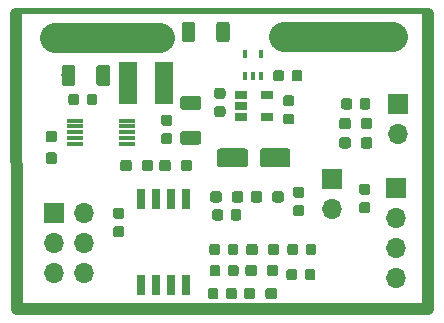
<source format=gbr>
G04 #@! TF.GenerationSoftware,KiCad,Pcbnew,(5.0.0-rc2-198-gb8bbb15aa)*
G04 #@! TF.CreationDate,2022-01-01T22:46:34-08:00*
G04 #@! TF.ProjectId,E-Bike,452D42696B652E6B696361645F706362,rev?*
G04 #@! TF.SameCoordinates,PX619eb90PY83695b8*
G04 #@! TF.FileFunction,Soldermask,Top*
G04 #@! TF.FilePolarity,Negative*
%FSLAX45Y45*%
G04 Gerber Fmt 4.5, Leading zero omitted, Abs format (unit mm)*
G04 Created by KiCad (PCBNEW (5.0.0-rc2-198-gb8bbb15aa)) date 01/01/22 22:46:34*
%MOMM*%
%LPD*%
G01*
G04 APERTURE LIST*
%ADD10C,2.500000*%
%ADD11C,0.500000*%
%ADD12C,1.000000*%
%ADD13C,0.100000*%
%ADD14C,1.125000*%
%ADD15R,0.400000X0.650000*%
%ADD16O,1.700000X1.700000*%
%ADD17R,1.700000X1.700000*%
%ADD18C,0.950000*%
%ADD19C,0.900000*%
%ADD20R,1.060000X0.650000*%
%ADD21R,0.650000X1.700000*%
%ADD22R,1.400000X0.300000*%
%ADD23R,1.500000X3.600000*%
%ADD24C,1.600000*%
%ADD25C,1.150000*%
G04 APERTURE END LIST*
D10*
X3187700Y2308860D02*
X2265680Y2308860D01*
X1214120Y2298700D02*
X325120Y2298700D01*
D11*
X3488800Y2529500D02*
X-11200Y2529500D01*
D12*
X3479800Y0D02*
X0Y0D01*
X3479800Y2504440D02*
X3479800Y0D01*
X0Y0D02*
X-2540Y2504440D01*
D13*
G04 #@! TO.C,R2*
G36*
X1487650Y2436880D02*
X1490077Y2436520D01*
X1492457Y2435924D01*
X1494767Y2435097D01*
X1496985Y2434048D01*
X1499089Y2432787D01*
X1501060Y2431325D01*
X1502878Y2429678D01*
X1504525Y2427860D01*
X1505987Y2425889D01*
X1507248Y2423785D01*
X1508297Y2421567D01*
X1509123Y2419257D01*
X1509720Y2416877D01*
X1510080Y2414451D01*
X1510200Y2412000D01*
X1510200Y2287000D01*
X1510080Y2284550D01*
X1509720Y2282123D01*
X1509123Y2279743D01*
X1508297Y2277433D01*
X1507248Y2275215D01*
X1505987Y2273111D01*
X1504525Y2271140D01*
X1502878Y2269322D01*
X1501060Y2267675D01*
X1499089Y2266213D01*
X1496985Y2264952D01*
X1494767Y2263903D01*
X1492457Y2263077D01*
X1490077Y2262480D01*
X1487650Y2262120D01*
X1485200Y2262000D01*
X1422700Y2262000D01*
X1420249Y2262120D01*
X1417823Y2262480D01*
X1415443Y2263077D01*
X1413133Y2263903D01*
X1410915Y2264952D01*
X1408811Y2266213D01*
X1406840Y2267675D01*
X1405022Y2269322D01*
X1403375Y2271140D01*
X1401913Y2273111D01*
X1400652Y2275215D01*
X1399603Y2277433D01*
X1398776Y2279743D01*
X1398180Y2282123D01*
X1397820Y2284550D01*
X1397700Y2287000D01*
X1397700Y2412000D01*
X1397820Y2414451D01*
X1398180Y2416877D01*
X1398776Y2419257D01*
X1399603Y2421567D01*
X1400652Y2423785D01*
X1401913Y2425889D01*
X1403375Y2427860D01*
X1405022Y2429678D01*
X1406840Y2431325D01*
X1408811Y2432787D01*
X1410915Y2434048D01*
X1413133Y2435097D01*
X1415443Y2435924D01*
X1417823Y2436520D01*
X1420249Y2436880D01*
X1422700Y2437000D01*
X1485200Y2437000D01*
X1487650Y2436880D01*
X1487650Y2436880D01*
G37*
D14*
X1453950Y2349500D03*
D13*
G36*
X1780150Y2436880D02*
X1782577Y2436520D01*
X1784957Y2435924D01*
X1787267Y2435097D01*
X1789485Y2434048D01*
X1791589Y2432787D01*
X1793560Y2431325D01*
X1795378Y2429678D01*
X1797025Y2427860D01*
X1798487Y2425889D01*
X1799748Y2423785D01*
X1800797Y2421567D01*
X1801623Y2419257D01*
X1802220Y2416877D01*
X1802580Y2414451D01*
X1802700Y2412000D01*
X1802700Y2287000D01*
X1802580Y2284550D01*
X1802220Y2282123D01*
X1801623Y2279743D01*
X1800797Y2277433D01*
X1799748Y2275215D01*
X1798487Y2273111D01*
X1797025Y2271140D01*
X1795378Y2269322D01*
X1793560Y2267675D01*
X1791589Y2266213D01*
X1789485Y2264952D01*
X1787267Y2263903D01*
X1784957Y2263077D01*
X1782577Y2262480D01*
X1780150Y2262120D01*
X1777700Y2262000D01*
X1715200Y2262000D01*
X1712749Y2262120D01*
X1710323Y2262480D01*
X1707943Y2263077D01*
X1705633Y2263903D01*
X1703415Y2264952D01*
X1701311Y2266213D01*
X1699340Y2267675D01*
X1697522Y2269322D01*
X1695875Y2271140D01*
X1694413Y2273111D01*
X1693152Y2275215D01*
X1692103Y2277433D01*
X1691276Y2279743D01*
X1690680Y2282123D01*
X1690320Y2284550D01*
X1690200Y2287000D01*
X1690200Y2412000D01*
X1690320Y2414451D01*
X1690680Y2416877D01*
X1691276Y2419257D01*
X1692103Y2421567D01*
X1693152Y2423785D01*
X1694413Y2425889D01*
X1695875Y2427860D01*
X1697522Y2429678D01*
X1699340Y2431325D01*
X1701311Y2432787D01*
X1703415Y2434048D01*
X1705633Y2435097D01*
X1707943Y2435924D01*
X1710323Y2436520D01*
X1712749Y2436880D01*
X1715200Y2437000D01*
X1777700Y2437000D01*
X1780150Y2436880D01*
X1780150Y2436880D01*
G37*
D14*
X1746450Y2349500D03*
G04 #@! TD*
D15*
G04 #@! TO.C,U4*
X1933980Y2162560D03*
X2063980Y2162560D03*
X1998980Y1972560D03*
X2063980Y1972560D03*
X1933980Y1972560D03*
G04 #@! TD*
D16*
G04 #@! TO.C,J3*
X3225800Y1485900D03*
D17*
X3225800Y1739900D03*
G04 #@! TD*
D13*
G04 #@! TO.C,R11*
G36*
X1998558Y182006D02*
X2000863Y181664D01*
X2003124Y181097D01*
X2005319Y180312D01*
X2007426Y179316D01*
X2009425Y178117D01*
X2011297Y176729D01*
X2013024Y175164D01*
X2014589Y173437D01*
X2015977Y171565D01*
X2017176Y169566D01*
X2018172Y167459D01*
X2018957Y165264D01*
X2019524Y163003D01*
X2019866Y160698D01*
X2019980Y158370D01*
X2019980Y110870D01*
X2019866Y108542D01*
X2019524Y106237D01*
X2018957Y103976D01*
X2018172Y101781D01*
X2017176Y99674D01*
X2015977Y97675D01*
X2014589Y95803D01*
X2013024Y94076D01*
X2011297Y92511D01*
X2009425Y91123D01*
X2007426Y89924D01*
X2005319Y88928D01*
X2003124Y88143D01*
X2000863Y87576D01*
X1998558Y87234D01*
X1996230Y87120D01*
X1946230Y87120D01*
X1943902Y87234D01*
X1941597Y87576D01*
X1939336Y88143D01*
X1937141Y88928D01*
X1935034Y89924D01*
X1933035Y91123D01*
X1931163Y92511D01*
X1929436Y94076D01*
X1927871Y95803D01*
X1926483Y97675D01*
X1925284Y99674D01*
X1924288Y101781D01*
X1923503Y103976D01*
X1922936Y106237D01*
X1922594Y108542D01*
X1922480Y110870D01*
X1922480Y158370D01*
X1922594Y160698D01*
X1922936Y163003D01*
X1923503Y165264D01*
X1924288Y167459D01*
X1925284Y169566D01*
X1926483Y171565D01*
X1927871Y173437D01*
X1929436Y175164D01*
X1931163Y176729D01*
X1933035Y178117D01*
X1935034Y179316D01*
X1937141Y180312D01*
X1939336Y181097D01*
X1941597Y181664D01*
X1943902Y182006D01*
X1946230Y182120D01*
X1996230Y182120D01*
X1998558Y182006D01*
X1998558Y182006D01*
G37*
D18*
X1971230Y134620D03*
D13*
G36*
X2181058Y182006D02*
X2183363Y181664D01*
X2185624Y181097D01*
X2187819Y180312D01*
X2189926Y179316D01*
X2191925Y178117D01*
X2193797Y176729D01*
X2195524Y175164D01*
X2197089Y173437D01*
X2198477Y171565D01*
X2199676Y169566D01*
X2200672Y167459D01*
X2201457Y165264D01*
X2202024Y163003D01*
X2202366Y160698D01*
X2202480Y158370D01*
X2202480Y110870D01*
X2202366Y108542D01*
X2202024Y106237D01*
X2201457Y103976D01*
X2200672Y101781D01*
X2199676Y99674D01*
X2198477Y97675D01*
X2197089Y95803D01*
X2195524Y94076D01*
X2193797Y92511D01*
X2191925Y91123D01*
X2189926Y89924D01*
X2187819Y88928D01*
X2185624Y88143D01*
X2183363Y87576D01*
X2181058Y87234D01*
X2178730Y87120D01*
X2128730Y87120D01*
X2126402Y87234D01*
X2124097Y87576D01*
X2121836Y88143D01*
X2119641Y88928D01*
X2117534Y89924D01*
X2115535Y91123D01*
X2113663Y92511D01*
X2111936Y94076D01*
X2110371Y95803D01*
X2108983Y97675D01*
X2107784Y99674D01*
X2106788Y101781D01*
X2106003Y103976D01*
X2105436Y106237D01*
X2105094Y108542D01*
X2104980Y110870D01*
X2104980Y158370D01*
X2105094Y160698D01*
X2105436Y163003D01*
X2106003Y165264D01*
X2106788Y167459D01*
X2107784Y169566D01*
X2108983Y171565D01*
X2110371Y173437D01*
X2111936Y175164D01*
X2113663Y176729D01*
X2115535Y178117D01*
X2117534Y179316D01*
X2119641Y180312D01*
X2121836Y181097D01*
X2124097Y181664D01*
X2126402Y182006D01*
X2128730Y182120D01*
X2178730Y182120D01*
X2181058Y182006D01*
X2181058Y182006D01*
G37*
D18*
X2153730Y134620D03*
G04 #@! TD*
D13*
G04 #@! TO.C,C18*
G36*
X1687105Y182012D02*
X1689289Y181688D01*
X1691431Y181151D01*
X1693510Y180407D01*
X1695506Y179463D01*
X1697400Y178328D01*
X1699174Y177013D01*
X1700810Y175530D01*
X1702293Y173894D01*
X1703608Y172120D01*
X1704743Y170226D01*
X1705687Y168230D01*
X1706431Y166151D01*
X1706968Y164010D01*
X1707292Y161825D01*
X1707400Y159620D01*
X1707400Y109620D01*
X1707292Y107415D01*
X1706968Y105230D01*
X1706431Y103089D01*
X1705687Y101010D01*
X1704743Y99014D01*
X1703608Y97120D01*
X1702293Y95346D01*
X1700810Y93710D01*
X1699174Y92227D01*
X1697400Y90912D01*
X1695506Y89777D01*
X1693510Y88833D01*
X1691431Y88089D01*
X1689289Y87552D01*
X1687105Y87228D01*
X1684900Y87120D01*
X1639900Y87120D01*
X1637695Y87228D01*
X1635510Y87552D01*
X1633369Y88089D01*
X1631290Y88833D01*
X1629294Y89777D01*
X1627400Y90912D01*
X1625626Y92227D01*
X1623990Y93710D01*
X1622507Y95346D01*
X1621192Y97120D01*
X1620057Y99014D01*
X1619113Y101010D01*
X1618369Y103089D01*
X1617832Y105230D01*
X1617508Y107415D01*
X1617400Y109620D01*
X1617400Y159620D01*
X1617508Y161825D01*
X1617832Y164010D01*
X1618369Y166151D01*
X1619113Y168230D01*
X1620057Y170226D01*
X1621192Y172120D01*
X1622507Y173894D01*
X1623990Y175530D01*
X1625626Y177013D01*
X1627400Y178328D01*
X1629294Y179463D01*
X1631290Y180407D01*
X1633369Y181151D01*
X1635510Y181688D01*
X1637695Y182012D01*
X1639900Y182120D01*
X1684900Y182120D01*
X1687105Y182012D01*
X1687105Y182012D01*
G37*
D19*
X1662400Y134620D03*
D13*
G36*
X1842105Y182012D02*
X1844289Y181688D01*
X1846431Y181151D01*
X1848510Y180407D01*
X1850506Y179463D01*
X1852400Y178328D01*
X1854174Y177013D01*
X1855810Y175530D01*
X1857293Y173894D01*
X1858608Y172120D01*
X1859743Y170226D01*
X1860687Y168230D01*
X1861431Y166151D01*
X1861968Y164010D01*
X1862292Y161825D01*
X1862400Y159620D01*
X1862400Y109620D01*
X1862292Y107415D01*
X1861968Y105230D01*
X1861431Y103089D01*
X1860687Y101010D01*
X1859743Y99014D01*
X1858608Y97120D01*
X1857293Y95346D01*
X1855810Y93710D01*
X1854174Y92227D01*
X1852400Y90912D01*
X1850506Y89777D01*
X1848510Y88833D01*
X1846431Y88089D01*
X1844289Y87552D01*
X1842105Y87228D01*
X1839900Y87120D01*
X1794900Y87120D01*
X1792695Y87228D01*
X1790510Y87552D01*
X1788369Y88089D01*
X1786290Y88833D01*
X1784294Y89777D01*
X1782400Y90912D01*
X1780626Y92227D01*
X1778990Y93710D01*
X1777507Y95346D01*
X1776192Y97120D01*
X1775057Y99014D01*
X1774113Y101010D01*
X1773369Y103089D01*
X1772832Y105230D01*
X1772508Y107415D01*
X1772400Y109620D01*
X1772400Y159620D01*
X1772508Y161825D01*
X1772832Y164010D01*
X1773369Y166151D01*
X1774113Y168230D01*
X1775057Y170226D01*
X1776192Y172120D01*
X1777507Y173894D01*
X1778990Y175530D01*
X1780626Y177013D01*
X1782400Y178328D01*
X1784294Y179463D01*
X1786290Y180407D01*
X1788369Y181151D01*
X1790510Y181688D01*
X1792695Y182012D01*
X1794900Y182120D01*
X1839900Y182120D01*
X1842105Y182012D01*
X1842105Y182012D01*
G37*
D19*
X1817400Y134620D03*
G04 #@! TD*
D13*
G04 #@! TO.C,C3*
G36*
X2395825Y2026052D02*
X2398010Y2025728D01*
X2400151Y2025191D01*
X2402230Y2024447D01*
X2404226Y2023503D01*
X2406120Y2022368D01*
X2407894Y2021053D01*
X2409530Y2019570D01*
X2411013Y2017934D01*
X2412328Y2016160D01*
X2413463Y2014266D01*
X2414407Y2012270D01*
X2415151Y2010191D01*
X2415688Y2008049D01*
X2416012Y2005865D01*
X2416120Y2003660D01*
X2416120Y1953660D01*
X2416012Y1951455D01*
X2415688Y1949270D01*
X2415151Y1947129D01*
X2414407Y1945050D01*
X2413463Y1943054D01*
X2412328Y1941160D01*
X2411013Y1939386D01*
X2409530Y1937750D01*
X2407894Y1936267D01*
X2406120Y1934952D01*
X2404226Y1933817D01*
X2402230Y1932873D01*
X2400151Y1932129D01*
X2398010Y1931592D01*
X2395825Y1931268D01*
X2393620Y1931160D01*
X2348620Y1931160D01*
X2346415Y1931268D01*
X2344231Y1931592D01*
X2342089Y1932129D01*
X2340010Y1932873D01*
X2338014Y1933817D01*
X2336120Y1934952D01*
X2334346Y1936267D01*
X2332710Y1937750D01*
X2331227Y1939386D01*
X2329912Y1941160D01*
X2328777Y1943054D01*
X2327833Y1945050D01*
X2327089Y1947129D01*
X2326552Y1949270D01*
X2326228Y1951455D01*
X2326120Y1953660D01*
X2326120Y2003660D01*
X2326228Y2005865D01*
X2326552Y2008049D01*
X2327089Y2010191D01*
X2327833Y2012270D01*
X2328777Y2014266D01*
X2329912Y2016160D01*
X2331227Y2017934D01*
X2332710Y2019570D01*
X2334346Y2021053D01*
X2336120Y2022368D01*
X2338014Y2023503D01*
X2340010Y2024447D01*
X2342089Y2025191D01*
X2344231Y2025728D01*
X2346415Y2026052D01*
X2348620Y2026160D01*
X2393620Y2026160D01*
X2395825Y2026052D01*
X2395825Y2026052D01*
G37*
D19*
X2371120Y1978660D03*
D13*
G36*
X2240825Y2026052D02*
X2243010Y2025728D01*
X2245151Y2025191D01*
X2247230Y2024447D01*
X2249226Y2023503D01*
X2251120Y2022368D01*
X2252894Y2021053D01*
X2254530Y2019570D01*
X2256013Y2017934D01*
X2257328Y2016160D01*
X2258463Y2014266D01*
X2259407Y2012270D01*
X2260151Y2010191D01*
X2260688Y2008049D01*
X2261012Y2005865D01*
X2261120Y2003660D01*
X2261120Y1953660D01*
X2261012Y1951455D01*
X2260688Y1949270D01*
X2260151Y1947129D01*
X2259407Y1945050D01*
X2258463Y1943054D01*
X2257328Y1941160D01*
X2256013Y1939386D01*
X2254530Y1937750D01*
X2252894Y1936267D01*
X2251120Y1934952D01*
X2249226Y1933817D01*
X2247230Y1932873D01*
X2245151Y1932129D01*
X2243010Y1931592D01*
X2240825Y1931268D01*
X2238620Y1931160D01*
X2193620Y1931160D01*
X2191415Y1931268D01*
X2189231Y1931592D01*
X2187089Y1932129D01*
X2185010Y1932873D01*
X2183014Y1933817D01*
X2181120Y1934952D01*
X2179346Y1936267D01*
X2177710Y1937750D01*
X2176227Y1939386D01*
X2174912Y1941160D01*
X2173777Y1943054D01*
X2172833Y1945050D01*
X2172089Y1947129D01*
X2171552Y1949270D01*
X2171228Y1951455D01*
X2171120Y1953660D01*
X2171120Y2003660D01*
X2171228Y2005865D01*
X2171552Y2008049D01*
X2172089Y2010191D01*
X2172833Y2012270D01*
X2173777Y2014266D01*
X2174912Y2016160D01*
X2176227Y2017934D01*
X2177710Y2019570D01*
X2179346Y2021053D01*
X2181120Y2022368D01*
X2183014Y2023503D01*
X2185010Y2024447D01*
X2187089Y2025191D01*
X2189231Y2025728D01*
X2191415Y2026052D01*
X2193620Y2026160D01*
X2238620Y2026160D01*
X2240825Y2026052D01*
X2240825Y2026052D01*
G37*
D19*
X2216120Y1978660D03*
G04 #@! TD*
D16*
G04 #@! TO.C,J4*
X2667000Y850900D03*
D17*
X2667000Y1104900D03*
G04 #@! TD*
D16*
G04 #@! TO.C,J1*
X571500Y304800D03*
X317500Y304800D03*
X571500Y558800D03*
X317500Y558800D03*
X571500Y812800D03*
D17*
X317500Y812800D03*
G04 #@! TD*
D20*
G04 #@! TO.C,U3*
X2121680Y1817120D03*
X2121680Y1627120D03*
X1901680Y1627120D03*
X1901680Y1722120D03*
X1901680Y1817120D03*
G04 #@! TD*
D21*
G04 #@! TO.C,U2*
X1054100Y936500D03*
X1181100Y936500D03*
X1308100Y936500D03*
X1435100Y936500D03*
X1435100Y206500D03*
X1308100Y206500D03*
X1181100Y206500D03*
X1054100Y206500D03*
G04 #@! TD*
D22*
G04 #@! TO.C,U1*
X931200Y1598600D03*
X931200Y1548600D03*
X931200Y1498600D03*
X931200Y1448600D03*
X931200Y1398600D03*
X491200Y1398600D03*
X491200Y1448600D03*
X491200Y1498600D03*
X491200Y1548600D03*
X491200Y1598600D03*
G04 #@! TD*
D13*
G04 #@! TO.C,R10*
G36*
X2056978Y999886D02*
X2059283Y999544D01*
X2061544Y998977D01*
X2063739Y998192D01*
X2065846Y997196D01*
X2067845Y995997D01*
X2069717Y994609D01*
X2071444Y993044D01*
X2073009Y991317D01*
X2074397Y989445D01*
X2075596Y987446D01*
X2076592Y985339D01*
X2077377Y983144D01*
X2077944Y980883D01*
X2078286Y978578D01*
X2078400Y976250D01*
X2078400Y928750D01*
X2078286Y926422D01*
X2077944Y924117D01*
X2077377Y921856D01*
X2076592Y919661D01*
X2075596Y917554D01*
X2074397Y915555D01*
X2073009Y913683D01*
X2071444Y911956D01*
X2069717Y910391D01*
X2067845Y909003D01*
X2065846Y907804D01*
X2063739Y906808D01*
X2061544Y906023D01*
X2059283Y905456D01*
X2056978Y905114D01*
X2054650Y905000D01*
X2004650Y905000D01*
X2002322Y905114D01*
X2000017Y905456D01*
X1997756Y906023D01*
X1995561Y906808D01*
X1993454Y907804D01*
X1991455Y909003D01*
X1989583Y910391D01*
X1987856Y911956D01*
X1986291Y913683D01*
X1984903Y915555D01*
X1983704Y917554D01*
X1982708Y919661D01*
X1981923Y921856D01*
X1981356Y924117D01*
X1981014Y926422D01*
X1980900Y928750D01*
X1980900Y976250D01*
X1981014Y978578D01*
X1981356Y980883D01*
X1981923Y983144D01*
X1982708Y985339D01*
X1983704Y987446D01*
X1984903Y989445D01*
X1986291Y991317D01*
X1987856Y993044D01*
X1989583Y994609D01*
X1991455Y995997D01*
X1993454Y997196D01*
X1995561Y998192D01*
X1997756Y998977D01*
X2000017Y999544D01*
X2002322Y999886D01*
X2004650Y1000000D01*
X2054650Y1000000D01*
X2056978Y999886D01*
X2056978Y999886D01*
G37*
D18*
X2029650Y952500D03*
D13*
G36*
X2239478Y999886D02*
X2241783Y999544D01*
X2244044Y998977D01*
X2246239Y998192D01*
X2248346Y997196D01*
X2250345Y995997D01*
X2252217Y994609D01*
X2253944Y993044D01*
X2255509Y991317D01*
X2256897Y989445D01*
X2258096Y987446D01*
X2259092Y985339D01*
X2259877Y983144D01*
X2260444Y980883D01*
X2260786Y978578D01*
X2260900Y976250D01*
X2260900Y928750D01*
X2260786Y926422D01*
X2260444Y924117D01*
X2259877Y921856D01*
X2259092Y919661D01*
X2258096Y917554D01*
X2256897Y915555D01*
X2255509Y913683D01*
X2253944Y911956D01*
X2252217Y910391D01*
X2250345Y909003D01*
X2248346Y907804D01*
X2246239Y906808D01*
X2244044Y906023D01*
X2241783Y905456D01*
X2239478Y905114D01*
X2237150Y905000D01*
X2187150Y905000D01*
X2184822Y905114D01*
X2182517Y905456D01*
X2180256Y906023D01*
X2178061Y906808D01*
X2175954Y907804D01*
X2173955Y909003D01*
X2172083Y910391D01*
X2170356Y911956D01*
X2168791Y913683D01*
X2167403Y915555D01*
X2166204Y917554D01*
X2165208Y919661D01*
X2164423Y921856D01*
X2163856Y924117D01*
X2163514Y926422D01*
X2163400Y928750D01*
X2163400Y976250D01*
X2163514Y978578D01*
X2163856Y980883D01*
X2164423Y983144D01*
X2165208Y985339D01*
X2166204Y987446D01*
X2167403Y989445D01*
X2168791Y991317D01*
X2170356Y993044D01*
X2172083Y994609D01*
X2173955Y995997D01*
X2175954Y997196D01*
X2178061Y998192D01*
X2180256Y998977D01*
X2182517Y999544D01*
X2184822Y999886D01*
X2187150Y1000000D01*
X2237150Y1000000D01*
X2239478Y999886D01*
X2239478Y999886D01*
G37*
D18*
X2212150Y952500D03*
G04 #@! TD*
D13*
G04 #@! TO.C,R9*
G36*
X2193758Y377586D02*
X2196063Y377244D01*
X2198324Y376677D01*
X2200519Y375892D01*
X2202626Y374896D01*
X2204625Y373697D01*
X2206497Y372309D01*
X2208224Y370744D01*
X2209789Y369017D01*
X2211177Y367145D01*
X2212376Y365146D01*
X2213372Y363039D01*
X2214157Y360844D01*
X2214724Y358583D01*
X2215066Y356278D01*
X2215180Y353950D01*
X2215180Y306450D01*
X2215066Y304122D01*
X2214724Y301817D01*
X2214157Y299556D01*
X2213372Y297361D01*
X2212376Y295254D01*
X2211177Y293255D01*
X2209789Y291383D01*
X2208224Y289656D01*
X2206497Y288091D01*
X2204625Y286703D01*
X2202626Y285504D01*
X2200519Y284508D01*
X2198324Y283723D01*
X2196063Y283156D01*
X2193758Y282814D01*
X2191430Y282700D01*
X2141430Y282700D01*
X2139102Y282814D01*
X2136797Y283156D01*
X2134536Y283723D01*
X2132341Y284508D01*
X2130234Y285504D01*
X2128235Y286703D01*
X2126363Y288091D01*
X2124636Y289656D01*
X2123071Y291383D01*
X2121683Y293255D01*
X2120484Y295254D01*
X2119488Y297361D01*
X2118703Y299556D01*
X2118136Y301817D01*
X2117794Y304122D01*
X2117680Y306450D01*
X2117680Y353950D01*
X2117794Y356278D01*
X2118136Y358583D01*
X2118703Y360844D01*
X2119488Y363039D01*
X2120484Y365146D01*
X2121683Y367145D01*
X2123071Y369017D01*
X2124636Y370744D01*
X2126363Y372309D01*
X2128235Y373697D01*
X2130234Y374896D01*
X2132341Y375892D01*
X2134536Y376677D01*
X2136797Y377244D01*
X2139102Y377586D01*
X2141430Y377700D01*
X2191430Y377700D01*
X2193758Y377586D01*
X2193758Y377586D01*
G37*
D18*
X2166430Y330200D03*
D13*
G36*
X2011258Y377586D02*
X2013563Y377244D01*
X2015824Y376677D01*
X2018019Y375892D01*
X2020126Y374896D01*
X2022125Y373697D01*
X2023997Y372309D01*
X2025724Y370744D01*
X2027289Y369017D01*
X2028677Y367145D01*
X2029876Y365146D01*
X2030872Y363039D01*
X2031657Y360844D01*
X2032224Y358583D01*
X2032566Y356278D01*
X2032680Y353950D01*
X2032680Y306450D01*
X2032566Y304122D01*
X2032224Y301817D01*
X2031657Y299556D01*
X2030872Y297361D01*
X2029876Y295254D01*
X2028677Y293255D01*
X2027289Y291383D01*
X2025724Y289656D01*
X2023997Y288091D01*
X2022125Y286703D01*
X2020126Y285504D01*
X2018019Y284508D01*
X2015824Y283723D01*
X2013563Y283156D01*
X2011258Y282814D01*
X2008930Y282700D01*
X1958930Y282700D01*
X1956602Y282814D01*
X1954297Y283156D01*
X1952036Y283723D01*
X1949841Y284508D01*
X1947734Y285504D01*
X1945735Y286703D01*
X1943863Y288091D01*
X1942136Y289656D01*
X1940571Y291383D01*
X1939183Y293255D01*
X1937984Y295254D01*
X1936988Y297361D01*
X1936203Y299556D01*
X1935636Y301817D01*
X1935294Y304122D01*
X1935180Y306450D01*
X1935180Y353950D01*
X1935294Y356278D01*
X1935636Y358583D01*
X1936203Y360844D01*
X1936988Y363039D01*
X1937984Y365146D01*
X1939183Y367145D01*
X1940571Y369017D01*
X1942136Y370744D01*
X1943863Y372309D01*
X1945735Y373697D01*
X1947734Y374896D01*
X1949841Y375892D01*
X1952036Y376677D01*
X1954297Y377244D01*
X1956602Y377586D01*
X1958930Y377700D01*
X2008930Y377700D01*
X2011258Y377586D01*
X2011258Y377586D01*
G37*
D18*
X1983930Y330200D03*
G04 #@! TD*
D13*
G04 #@! TO.C,R8*
G36*
X2201378Y555386D02*
X2203683Y555044D01*
X2205944Y554477D01*
X2208139Y553692D01*
X2210246Y552696D01*
X2212245Y551497D01*
X2214117Y550109D01*
X2215844Y548544D01*
X2217409Y546817D01*
X2218797Y544945D01*
X2219996Y542946D01*
X2220992Y540839D01*
X2221777Y538644D01*
X2222344Y536383D01*
X2222686Y534078D01*
X2222800Y531750D01*
X2222800Y484250D01*
X2222686Y481922D01*
X2222344Y479617D01*
X2221777Y477356D01*
X2220992Y475161D01*
X2219996Y473054D01*
X2218797Y471055D01*
X2217409Y469183D01*
X2215844Y467456D01*
X2214117Y465891D01*
X2212245Y464503D01*
X2210246Y463304D01*
X2208139Y462308D01*
X2205944Y461523D01*
X2203683Y460956D01*
X2201378Y460614D01*
X2199050Y460500D01*
X2149050Y460500D01*
X2146722Y460614D01*
X2144417Y460956D01*
X2142156Y461523D01*
X2139961Y462308D01*
X2137854Y463304D01*
X2135855Y464503D01*
X2133983Y465891D01*
X2132256Y467456D01*
X2130691Y469183D01*
X2129303Y471055D01*
X2128104Y473054D01*
X2127108Y475161D01*
X2126323Y477356D01*
X2125756Y479617D01*
X2125414Y481922D01*
X2125300Y484250D01*
X2125300Y531750D01*
X2125414Y534078D01*
X2125756Y536383D01*
X2126323Y538644D01*
X2127108Y540839D01*
X2128104Y542946D01*
X2129303Y544945D01*
X2130691Y546817D01*
X2132256Y548544D01*
X2133983Y550109D01*
X2135855Y551497D01*
X2137854Y552696D01*
X2139961Y553692D01*
X2142156Y554477D01*
X2144417Y555044D01*
X2146722Y555386D01*
X2149050Y555500D01*
X2199050Y555500D01*
X2201378Y555386D01*
X2201378Y555386D01*
G37*
D18*
X2174050Y508000D03*
D13*
G36*
X2018878Y555386D02*
X2021183Y555044D01*
X2023444Y554477D01*
X2025639Y553692D01*
X2027746Y552696D01*
X2029745Y551497D01*
X2031617Y550109D01*
X2033344Y548544D01*
X2034909Y546817D01*
X2036297Y544945D01*
X2037496Y542946D01*
X2038492Y540839D01*
X2039277Y538644D01*
X2039844Y536383D01*
X2040186Y534078D01*
X2040300Y531750D01*
X2040300Y484250D01*
X2040186Y481922D01*
X2039844Y479617D01*
X2039277Y477356D01*
X2038492Y475161D01*
X2037496Y473054D01*
X2036297Y471055D01*
X2034909Y469183D01*
X2033344Y467456D01*
X2031617Y465891D01*
X2029745Y464503D01*
X2027746Y463304D01*
X2025639Y462308D01*
X2023444Y461523D01*
X2021183Y460956D01*
X2018878Y460614D01*
X2016550Y460500D01*
X1966550Y460500D01*
X1964222Y460614D01*
X1961917Y460956D01*
X1959656Y461523D01*
X1957461Y462308D01*
X1955354Y463304D01*
X1953355Y464503D01*
X1951483Y465891D01*
X1949756Y467456D01*
X1948191Y469183D01*
X1946803Y471055D01*
X1945604Y473054D01*
X1944608Y475161D01*
X1943823Y477356D01*
X1943256Y479617D01*
X1942914Y481922D01*
X1942800Y484250D01*
X1942800Y531750D01*
X1942914Y534078D01*
X1943256Y536383D01*
X1943823Y538644D01*
X1944608Y540839D01*
X1945604Y542946D01*
X1946803Y544945D01*
X1948191Y546817D01*
X1949756Y548544D01*
X1951483Y550109D01*
X1953355Y551497D01*
X1955354Y552696D01*
X1957461Y553692D01*
X1959656Y554477D01*
X1961917Y555044D01*
X1964222Y555386D01*
X1966550Y555500D01*
X2016550Y555500D01*
X2018878Y555386D01*
X2018878Y555386D01*
G37*
D18*
X1991550Y508000D03*
G04 #@! TD*
D13*
G04 #@! TO.C,R7*
G36*
X1896578Y999886D02*
X1898883Y999544D01*
X1901144Y998977D01*
X1903339Y998192D01*
X1905446Y997196D01*
X1907445Y995997D01*
X1909317Y994609D01*
X1911044Y993044D01*
X1912609Y991317D01*
X1913997Y989445D01*
X1915196Y987446D01*
X1916192Y985339D01*
X1916977Y983144D01*
X1917544Y980883D01*
X1917886Y978578D01*
X1918000Y976250D01*
X1918000Y928750D01*
X1917886Y926422D01*
X1917544Y924117D01*
X1916977Y921856D01*
X1916192Y919661D01*
X1915196Y917554D01*
X1913997Y915555D01*
X1912609Y913683D01*
X1911044Y911956D01*
X1909317Y910391D01*
X1907445Y909003D01*
X1905446Y907804D01*
X1903339Y906808D01*
X1901144Y906023D01*
X1898883Y905456D01*
X1896578Y905114D01*
X1894250Y905000D01*
X1844250Y905000D01*
X1841922Y905114D01*
X1839617Y905456D01*
X1837356Y906023D01*
X1835161Y906808D01*
X1833054Y907804D01*
X1831055Y909003D01*
X1829183Y910391D01*
X1827456Y911956D01*
X1825891Y913683D01*
X1824503Y915555D01*
X1823304Y917554D01*
X1822308Y919661D01*
X1821523Y921856D01*
X1820956Y924117D01*
X1820614Y926422D01*
X1820500Y928750D01*
X1820500Y976250D01*
X1820614Y978578D01*
X1820956Y980883D01*
X1821523Y983144D01*
X1822308Y985339D01*
X1823304Y987446D01*
X1824503Y989445D01*
X1825891Y991317D01*
X1827456Y993044D01*
X1829183Y994609D01*
X1831055Y995997D01*
X1833054Y997196D01*
X1835161Y998192D01*
X1837356Y998977D01*
X1839617Y999544D01*
X1841922Y999886D01*
X1844250Y1000000D01*
X1894250Y1000000D01*
X1896578Y999886D01*
X1896578Y999886D01*
G37*
D18*
X1869250Y952500D03*
D13*
G36*
X1714078Y999886D02*
X1716383Y999544D01*
X1718644Y998977D01*
X1720839Y998192D01*
X1722946Y997196D01*
X1724945Y995997D01*
X1726817Y994609D01*
X1728544Y993044D01*
X1730109Y991317D01*
X1731497Y989445D01*
X1732696Y987446D01*
X1733692Y985339D01*
X1734477Y983144D01*
X1735044Y980883D01*
X1735386Y978578D01*
X1735500Y976250D01*
X1735500Y928750D01*
X1735386Y926422D01*
X1735044Y924117D01*
X1734477Y921856D01*
X1733692Y919661D01*
X1732696Y917554D01*
X1731497Y915555D01*
X1730109Y913683D01*
X1728544Y911956D01*
X1726817Y910391D01*
X1724945Y909003D01*
X1722946Y907804D01*
X1720839Y906808D01*
X1718644Y906023D01*
X1716383Y905456D01*
X1714078Y905114D01*
X1711750Y905000D01*
X1661750Y905000D01*
X1659422Y905114D01*
X1657117Y905456D01*
X1654856Y906023D01*
X1652661Y906808D01*
X1650554Y907804D01*
X1648555Y909003D01*
X1646683Y910391D01*
X1644956Y911956D01*
X1643391Y913683D01*
X1642003Y915555D01*
X1640804Y917554D01*
X1639808Y919661D01*
X1639023Y921856D01*
X1638456Y924117D01*
X1638114Y926422D01*
X1638000Y928750D01*
X1638000Y976250D01*
X1638114Y978578D01*
X1638456Y980883D01*
X1639023Y983144D01*
X1639808Y985339D01*
X1640804Y987446D01*
X1642003Y989445D01*
X1643391Y991317D01*
X1644956Y993044D01*
X1646683Y994609D01*
X1648555Y995997D01*
X1650554Y997196D01*
X1652661Y998192D01*
X1654856Y998977D01*
X1657117Y999544D01*
X1659422Y999886D01*
X1661750Y1000000D01*
X1711750Y1000000D01*
X1714078Y999886D01*
X1714078Y999886D01*
G37*
D18*
X1686750Y952500D03*
G04 #@! TD*
D13*
G04 #@! TO.C,R6*
G36*
X2988778Y1622186D02*
X2991083Y1621844D01*
X2993344Y1621277D01*
X2995539Y1620492D01*
X2997646Y1619496D01*
X2999645Y1618297D01*
X3001517Y1616909D01*
X3003244Y1615344D01*
X3004809Y1613617D01*
X3006197Y1611745D01*
X3007396Y1609746D01*
X3008392Y1607639D01*
X3009177Y1605444D01*
X3009744Y1603183D01*
X3010086Y1600878D01*
X3010200Y1598550D01*
X3010200Y1551050D01*
X3010086Y1548722D01*
X3009744Y1546417D01*
X3009177Y1544156D01*
X3008392Y1541961D01*
X3007396Y1539854D01*
X3006197Y1537855D01*
X3004809Y1535983D01*
X3003244Y1534256D01*
X3001517Y1532691D01*
X2999645Y1531303D01*
X2997646Y1530104D01*
X2995539Y1529108D01*
X2993344Y1528323D01*
X2991083Y1527756D01*
X2988778Y1527414D01*
X2986450Y1527300D01*
X2936450Y1527300D01*
X2934122Y1527414D01*
X2931817Y1527756D01*
X2929556Y1528323D01*
X2927361Y1529108D01*
X2925254Y1530104D01*
X2923255Y1531303D01*
X2921383Y1532691D01*
X2919656Y1534256D01*
X2918091Y1535983D01*
X2916703Y1537855D01*
X2915504Y1539854D01*
X2914508Y1541961D01*
X2913723Y1544156D01*
X2913156Y1546417D01*
X2912814Y1548722D01*
X2912700Y1551050D01*
X2912700Y1598550D01*
X2912814Y1600878D01*
X2913156Y1603183D01*
X2913723Y1605444D01*
X2914508Y1607639D01*
X2915504Y1609746D01*
X2916703Y1611745D01*
X2918091Y1613617D01*
X2919656Y1615344D01*
X2921383Y1616909D01*
X2923255Y1618297D01*
X2925254Y1619496D01*
X2927361Y1620492D01*
X2929556Y1621277D01*
X2931817Y1621844D01*
X2934122Y1622186D01*
X2936450Y1622300D01*
X2986450Y1622300D01*
X2988778Y1622186D01*
X2988778Y1622186D01*
G37*
D18*
X2961450Y1574800D03*
D13*
G36*
X2806278Y1622186D02*
X2808583Y1621844D01*
X2810844Y1621277D01*
X2813039Y1620492D01*
X2815146Y1619496D01*
X2817145Y1618297D01*
X2819017Y1616909D01*
X2820744Y1615344D01*
X2822309Y1613617D01*
X2823697Y1611745D01*
X2824896Y1609746D01*
X2825892Y1607639D01*
X2826677Y1605444D01*
X2827244Y1603183D01*
X2827586Y1600878D01*
X2827700Y1598550D01*
X2827700Y1551050D01*
X2827586Y1548722D01*
X2827244Y1546417D01*
X2826677Y1544156D01*
X2825892Y1541961D01*
X2824896Y1539854D01*
X2823697Y1537855D01*
X2822309Y1535983D01*
X2820744Y1534256D01*
X2819017Y1532691D01*
X2817145Y1531303D01*
X2815146Y1530104D01*
X2813039Y1529108D01*
X2810844Y1528323D01*
X2808583Y1527756D01*
X2806278Y1527414D01*
X2803950Y1527300D01*
X2753950Y1527300D01*
X2751622Y1527414D01*
X2749317Y1527756D01*
X2747056Y1528323D01*
X2744861Y1529108D01*
X2742754Y1530104D01*
X2740755Y1531303D01*
X2738883Y1532691D01*
X2737156Y1534256D01*
X2735591Y1535983D01*
X2734203Y1537855D01*
X2733004Y1539854D01*
X2732008Y1541961D01*
X2731223Y1544156D01*
X2730656Y1546417D01*
X2730314Y1548722D01*
X2730200Y1551050D01*
X2730200Y1598550D01*
X2730314Y1600878D01*
X2730656Y1603183D01*
X2731223Y1605444D01*
X2732008Y1607639D01*
X2733004Y1609746D01*
X2734203Y1611745D01*
X2735591Y1613617D01*
X2737156Y1615344D01*
X2738883Y1616909D01*
X2740755Y1618297D01*
X2742754Y1619496D01*
X2744861Y1620492D01*
X2747056Y1621277D01*
X2749317Y1621844D01*
X2751622Y1622186D01*
X2753950Y1622300D01*
X2803950Y1622300D01*
X2806278Y1622186D01*
X2806278Y1622186D01*
G37*
D18*
X2778950Y1574800D03*
G04 #@! TD*
D13*
G04 #@! TO.C,R5*
G36*
X2988778Y1457086D02*
X2991083Y1456744D01*
X2993344Y1456177D01*
X2995539Y1455392D01*
X2997646Y1454396D01*
X2999645Y1453197D01*
X3001517Y1451809D01*
X3003244Y1450244D01*
X3004809Y1448517D01*
X3006197Y1446645D01*
X3007396Y1444646D01*
X3008392Y1442539D01*
X3009177Y1440344D01*
X3009744Y1438083D01*
X3010086Y1435778D01*
X3010200Y1433450D01*
X3010200Y1385950D01*
X3010086Y1383622D01*
X3009744Y1381317D01*
X3009177Y1379056D01*
X3008392Y1376861D01*
X3007396Y1374754D01*
X3006197Y1372755D01*
X3004809Y1370883D01*
X3003244Y1369156D01*
X3001517Y1367591D01*
X2999645Y1366203D01*
X2997646Y1365004D01*
X2995539Y1364008D01*
X2993344Y1363223D01*
X2991083Y1362656D01*
X2988778Y1362314D01*
X2986450Y1362200D01*
X2936450Y1362200D01*
X2934122Y1362314D01*
X2931817Y1362656D01*
X2929556Y1363223D01*
X2927361Y1364008D01*
X2925254Y1365004D01*
X2923255Y1366203D01*
X2921383Y1367591D01*
X2919656Y1369156D01*
X2918091Y1370883D01*
X2916703Y1372755D01*
X2915504Y1374754D01*
X2914508Y1376861D01*
X2913723Y1379056D01*
X2913156Y1381317D01*
X2912814Y1383622D01*
X2912700Y1385950D01*
X2912700Y1433450D01*
X2912814Y1435778D01*
X2913156Y1438083D01*
X2913723Y1440344D01*
X2914508Y1442539D01*
X2915504Y1444646D01*
X2916703Y1446645D01*
X2918091Y1448517D01*
X2919656Y1450244D01*
X2921383Y1451809D01*
X2923255Y1453197D01*
X2925254Y1454396D01*
X2927361Y1455392D01*
X2929556Y1456177D01*
X2931817Y1456744D01*
X2934122Y1457086D01*
X2936450Y1457200D01*
X2986450Y1457200D01*
X2988778Y1457086D01*
X2988778Y1457086D01*
G37*
D18*
X2961450Y1409700D03*
D13*
G36*
X2806278Y1457086D02*
X2808583Y1456744D01*
X2810844Y1456177D01*
X2813039Y1455392D01*
X2815146Y1454396D01*
X2817145Y1453197D01*
X2819017Y1451809D01*
X2820744Y1450244D01*
X2822309Y1448517D01*
X2823697Y1446645D01*
X2824896Y1444646D01*
X2825892Y1442539D01*
X2826677Y1440344D01*
X2827244Y1438083D01*
X2827586Y1435778D01*
X2827700Y1433450D01*
X2827700Y1385950D01*
X2827586Y1383622D01*
X2827244Y1381317D01*
X2826677Y1379056D01*
X2825892Y1376861D01*
X2824896Y1374754D01*
X2823697Y1372755D01*
X2822309Y1370883D01*
X2820744Y1369156D01*
X2819017Y1367591D01*
X2817145Y1366203D01*
X2815146Y1365004D01*
X2813039Y1364008D01*
X2810844Y1363223D01*
X2808583Y1362656D01*
X2806278Y1362314D01*
X2803950Y1362200D01*
X2753950Y1362200D01*
X2751622Y1362314D01*
X2749317Y1362656D01*
X2747056Y1363223D01*
X2744861Y1364008D01*
X2742754Y1365004D01*
X2740755Y1366203D01*
X2738883Y1367591D01*
X2737156Y1369156D01*
X2735591Y1370883D01*
X2734203Y1372755D01*
X2733004Y1374754D01*
X2732008Y1376861D01*
X2731223Y1379056D01*
X2730656Y1381317D01*
X2730314Y1383622D01*
X2730200Y1385950D01*
X2730200Y1433450D01*
X2730314Y1435778D01*
X2730656Y1438083D01*
X2731223Y1440344D01*
X2732008Y1442539D01*
X2733004Y1444646D01*
X2734203Y1446645D01*
X2735591Y1448517D01*
X2737156Y1450244D01*
X2738883Y1451809D01*
X2740755Y1453197D01*
X2742754Y1454396D01*
X2744861Y1455392D01*
X2747056Y1456177D01*
X2749317Y1456744D01*
X2751622Y1457086D01*
X2753950Y1457200D01*
X2803950Y1457200D01*
X2806278Y1457086D01*
X2806278Y1457086D01*
G37*
D18*
X2778950Y1409700D03*
G04 #@! TD*
D13*
G04 #@! TO.C,R4*
G36*
X952078Y1266586D02*
X954383Y1266244D01*
X956644Y1265677D01*
X958839Y1264892D01*
X960946Y1263896D01*
X962945Y1262697D01*
X964817Y1261309D01*
X966544Y1259744D01*
X968109Y1258017D01*
X969497Y1256145D01*
X970696Y1254146D01*
X971692Y1252039D01*
X972477Y1249844D01*
X973044Y1247583D01*
X973386Y1245278D01*
X973500Y1242950D01*
X973500Y1195450D01*
X973386Y1193122D01*
X973044Y1190817D01*
X972477Y1188556D01*
X971692Y1186361D01*
X970696Y1184254D01*
X969497Y1182255D01*
X968109Y1180383D01*
X966544Y1178656D01*
X964817Y1177091D01*
X962945Y1175703D01*
X960946Y1174504D01*
X958839Y1173508D01*
X956644Y1172723D01*
X954383Y1172156D01*
X952078Y1171814D01*
X949750Y1171700D01*
X899750Y1171700D01*
X897422Y1171814D01*
X895117Y1172156D01*
X892856Y1172723D01*
X890661Y1173508D01*
X888554Y1174504D01*
X886555Y1175703D01*
X884683Y1177091D01*
X882956Y1178656D01*
X881391Y1180383D01*
X880003Y1182255D01*
X878804Y1184254D01*
X877808Y1186361D01*
X877023Y1188556D01*
X876456Y1190817D01*
X876114Y1193122D01*
X876000Y1195450D01*
X876000Y1242950D01*
X876114Y1245278D01*
X876456Y1247583D01*
X877023Y1249844D01*
X877808Y1252039D01*
X878804Y1254146D01*
X880003Y1256145D01*
X881391Y1258017D01*
X882956Y1259744D01*
X884683Y1261309D01*
X886555Y1262697D01*
X888554Y1263896D01*
X890661Y1264892D01*
X892856Y1265677D01*
X895117Y1266244D01*
X897422Y1266586D01*
X899750Y1266700D01*
X949750Y1266700D01*
X952078Y1266586D01*
X952078Y1266586D01*
G37*
D18*
X924750Y1219200D03*
D13*
G36*
X1134578Y1266586D02*
X1136883Y1266244D01*
X1139144Y1265677D01*
X1141339Y1264892D01*
X1143446Y1263896D01*
X1145445Y1262697D01*
X1147317Y1261309D01*
X1149044Y1259744D01*
X1150609Y1258017D01*
X1151997Y1256145D01*
X1153196Y1254146D01*
X1154192Y1252039D01*
X1154977Y1249844D01*
X1155544Y1247583D01*
X1155886Y1245278D01*
X1156000Y1242950D01*
X1156000Y1195450D01*
X1155886Y1193122D01*
X1155544Y1190817D01*
X1154977Y1188556D01*
X1154192Y1186361D01*
X1153196Y1184254D01*
X1151997Y1182255D01*
X1150609Y1180383D01*
X1149044Y1178656D01*
X1147317Y1177091D01*
X1145445Y1175703D01*
X1143446Y1174504D01*
X1141339Y1173508D01*
X1139144Y1172723D01*
X1136883Y1172156D01*
X1134578Y1171814D01*
X1132250Y1171700D01*
X1082250Y1171700D01*
X1079922Y1171814D01*
X1077617Y1172156D01*
X1075356Y1172723D01*
X1073161Y1173508D01*
X1071054Y1174504D01*
X1069055Y1175703D01*
X1067183Y1177091D01*
X1065456Y1178656D01*
X1063891Y1180383D01*
X1062503Y1182255D01*
X1061304Y1184254D01*
X1060308Y1186361D01*
X1059523Y1188556D01*
X1058956Y1190817D01*
X1058614Y1193122D01*
X1058500Y1195450D01*
X1058500Y1242950D01*
X1058614Y1245278D01*
X1058956Y1247583D01*
X1059523Y1249844D01*
X1060308Y1252039D01*
X1061304Y1254146D01*
X1062503Y1256145D01*
X1063891Y1258017D01*
X1065456Y1259744D01*
X1067183Y1261309D01*
X1069055Y1262697D01*
X1071054Y1263896D01*
X1073161Y1264892D01*
X1075356Y1265677D01*
X1077617Y1266244D01*
X1079922Y1266586D01*
X1082250Y1266700D01*
X1132250Y1266700D01*
X1134578Y1266586D01*
X1134578Y1266586D01*
G37*
D18*
X1107250Y1219200D03*
G04 #@! TD*
D13*
G04 #@! TO.C,R3*
G36*
X1282278Y1266586D02*
X1284583Y1266244D01*
X1286844Y1265677D01*
X1289039Y1264892D01*
X1291146Y1263896D01*
X1293145Y1262697D01*
X1295017Y1261309D01*
X1296744Y1259744D01*
X1298309Y1258017D01*
X1299697Y1256145D01*
X1300896Y1254146D01*
X1301892Y1252039D01*
X1302677Y1249844D01*
X1303244Y1247583D01*
X1303586Y1245278D01*
X1303700Y1242950D01*
X1303700Y1195450D01*
X1303586Y1193122D01*
X1303244Y1190817D01*
X1302677Y1188556D01*
X1301892Y1186361D01*
X1300896Y1184254D01*
X1299697Y1182255D01*
X1298309Y1180383D01*
X1296744Y1178656D01*
X1295017Y1177091D01*
X1293145Y1175703D01*
X1291146Y1174504D01*
X1289039Y1173508D01*
X1286844Y1172723D01*
X1284583Y1172156D01*
X1282278Y1171814D01*
X1279950Y1171700D01*
X1229950Y1171700D01*
X1227622Y1171814D01*
X1225317Y1172156D01*
X1223056Y1172723D01*
X1220861Y1173508D01*
X1218754Y1174504D01*
X1216755Y1175703D01*
X1214883Y1177091D01*
X1213156Y1178656D01*
X1211591Y1180383D01*
X1210203Y1182255D01*
X1209004Y1184254D01*
X1208008Y1186361D01*
X1207223Y1188556D01*
X1206656Y1190817D01*
X1206314Y1193122D01*
X1206200Y1195450D01*
X1206200Y1242950D01*
X1206314Y1245278D01*
X1206656Y1247583D01*
X1207223Y1249844D01*
X1208008Y1252039D01*
X1209004Y1254146D01*
X1210203Y1256145D01*
X1211591Y1258017D01*
X1213156Y1259744D01*
X1214883Y1261309D01*
X1216755Y1262697D01*
X1218754Y1263896D01*
X1220861Y1264892D01*
X1223056Y1265677D01*
X1225317Y1266244D01*
X1227622Y1266586D01*
X1229950Y1266700D01*
X1279950Y1266700D01*
X1282278Y1266586D01*
X1282278Y1266586D01*
G37*
D18*
X1254950Y1219200D03*
D13*
G36*
X1464778Y1266586D02*
X1467083Y1266244D01*
X1469344Y1265677D01*
X1471539Y1264892D01*
X1473646Y1263896D01*
X1475645Y1262697D01*
X1477517Y1261309D01*
X1479244Y1259744D01*
X1480809Y1258017D01*
X1482197Y1256145D01*
X1483396Y1254146D01*
X1484392Y1252039D01*
X1485177Y1249844D01*
X1485744Y1247583D01*
X1486086Y1245278D01*
X1486200Y1242950D01*
X1486200Y1195450D01*
X1486086Y1193122D01*
X1485744Y1190817D01*
X1485177Y1188556D01*
X1484392Y1186361D01*
X1483396Y1184254D01*
X1482197Y1182255D01*
X1480809Y1180383D01*
X1479244Y1178656D01*
X1477517Y1177091D01*
X1475645Y1175703D01*
X1473646Y1174504D01*
X1471539Y1173508D01*
X1469344Y1172723D01*
X1467083Y1172156D01*
X1464778Y1171814D01*
X1462450Y1171700D01*
X1412450Y1171700D01*
X1410122Y1171814D01*
X1407817Y1172156D01*
X1405556Y1172723D01*
X1403361Y1173508D01*
X1401254Y1174504D01*
X1399255Y1175703D01*
X1397383Y1177091D01*
X1395656Y1178656D01*
X1394091Y1180383D01*
X1392703Y1182255D01*
X1391504Y1184254D01*
X1390508Y1186361D01*
X1389723Y1188556D01*
X1389156Y1190817D01*
X1388814Y1193122D01*
X1388700Y1195450D01*
X1388700Y1242950D01*
X1388814Y1245278D01*
X1389156Y1247583D01*
X1389723Y1249844D01*
X1390508Y1252039D01*
X1391504Y1254146D01*
X1392703Y1256145D01*
X1394091Y1258017D01*
X1395656Y1259744D01*
X1397383Y1261309D01*
X1399255Y1262697D01*
X1401254Y1263896D01*
X1403361Y1264892D01*
X1405556Y1265677D01*
X1407817Y1266244D01*
X1410122Y1266586D01*
X1412450Y1266700D01*
X1462450Y1266700D01*
X1464778Y1266586D01*
X1464778Y1266586D01*
G37*
D18*
X1437450Y1219200D03*
G04 #@! TD*
D13*
G04 #@! TO.C,R1*
G36*
X318178Y1328986D02*
X320483Y1328644D01*
X322744Y1328077D01*
X324939Y1327292D01*
X327046Y1326296D01*
X329045Y1325097D01*
X330917Y1323709D01*
X332644Y1322144D01*
X334209Y1320417D01*
X335597Y1318545D01*
X336796Y1316546D01*
X337792Y1314439D01*
X338577Y1312244D01*
X339144Y1309983D01*
X339486Y1307678D01*
X339600Y1305350D01*
X339600Y1255350D01*
X339486Y1253022D01*
X339144Y1250717D01*
X338577Y1248456D01*
X337792Y1246261D01*
X336796Y1244154D01*
X335597Y1242155D01*
X334209Y1240283D01*
X332644Y1238556D01*
X330917Y1236991D01*
X329045Y1235603D01*
X327046Y1234404D01*
X324939Y1233408D01*
X322744Y1232623D01*
X320483Y1232056D01*
X318178Y1231714D01*
X315850Y1231600D01*
X268350Y1231600D01*
X266022Y1231714D01*
X263717Y1232056D01*
X261456Y1232623D01*
X259261Y1233408D01*
X257154Y1234404D01*
X255155Y1235603D01*
X253283Y1236991D01*
X251556Y1238556D01*
X249991Y1240283D01*
X248603Y1242155D01*
X247404Y1244154D01*
X246408Y1246261D01*
X245623Y1248456D01*
X245056Y1250717D01*
X244714Y1253022D01*
X244600Y1255350D01*
X244600Y1305350D01*
X244714Y1307678D01*
X245056Y1309983D01*
X245623Y1312244D01*
X246408Y1314439D01*
X247404Y1316546D01*
X248603Y1318545D01*
X249991Y1320417D01*
X251556Y1322144D01*
X253283Y1323709D01*
X255155Y1325097D01*
X257154Y1326296D01*
X259261Y1327292D01*
X261456Y1328077D01*
X263717Y1328644D01*
X266022Y1328986D01*
X268350Y1329100D01*
X315850Y1329100D01*
X318178Y1328986D01*
X318178Y1328986D01*
G37*
D18*
X292100Y1280350D03*
D13*
G36*
X318178Y1511486D02*
X320483Y1511144D01*
X322744Y1510577D01*
X324939Y1509792D01*
X327046Y1508796D01*
X329045Y1507597D01*
X330917Y1506209D01*
X332644Y1504644D01*
X334209Y1502917D01*
X335597Y1501045D01*
X336796Y1499046D01*
X337792Y1496939D01*
X338577Y1494744D01*
X339144Y1492483D01*
X339486Y1490178D01*
X339600Y1487850D01*
X339600Y1437850D01*
X339486Y1435522D01*
X339144Y1433217D01*
X338577Y1430956D01*
X337792Y1428761D01*
X336796Y1426654D01*
X335597Y1424655D01*
X334209Y1422783D01*
X332644Y1421056D01*
X330917Y1419491D01*
X329045Y1418103D01*
X327046Y1416904D01*
X324939Y1415908D01*
X322744Y1415123D01*
X320483Y1414556D01*
X318178Y1414214D01*
X315850Y1414100D01*
X268350Y1414100D01*
X266022Y1414214D01*
X263717Y1414556D01*
X261456Y1415123D01*
X259261Y1415908D01*
X257154Y1416904D01*
X255155Y1418103D01*
X253283Y1419491D01*
X251556Y1421056D01*
X249991Y1422783D01*
X248603Y1424655D01*
X247404Y1426654D01*
X246408Y1428761D01*
X245623Y1430956D01*
X245056Y1433217D01*
X244714Y1435522D01*
X244600Y1437850D01*
X244600Y1487850D01*
X244714Y1490178D01*
X245056Y1492483D01*
X245623Y1494744D01*
X246408Y1496939D01*
X247404Y1499046D01*
X248603Y1501045D01*
X249991Y1502917D01*
X251556Y1504644D01*
X253283Y1506209D01*
X255155Y1507597D01*
X257154Y1508796D01*
X259261Y1509792D01*
X261456Y1510577D01*
X263717Y1511144D01*
X266022Y1511486D01*
X268350Y1511600D01*
X315850Y1511600D01*
X318178Y1511486D01*
X318178Y1511486D01*
G37*
D18*
X292100Y1462850D03*
G04 #@! TD*
D23*
G04 #@! TO.C,L1*
X1244700Y1917700D03*
X939700Y1917700D03*
G04 #@! TD*
D16*
G04 #@! TO.C,J2*
X3213100Y266700D03*
X3213100Y520700D03*
X3213100Y774700D03*
D17*
X3213100Y1028700D03*
G04 #@! TD*
D13*
G04 #@! TO.C,C17*
G36*
X2352585Y342032D02*
X2354770Y341708D01*
X2356911Y341171D01*
X2358990Y340427D01*
X2360986Y339483D01*
X2362880Y338348D01*
X2364654Y337033D01*
X2366290Y335550D01*
X2367773Y333914D01*
X2369088Y332140D01*
X2370223Y330246D01*
X2371167Y328250D01*
X2371911Y326171D01*
X2372448Y324030D01*
X2372772Y321845D01*
X2372880Y319640D01*
X2372880Y269640D01*
X2372772Y267435D01*
X2372448Y265251D01*
X2371911Y263109D01*
X2371167Y261030D01*
X2370223Y259034D01*
X2369088Y257140D01*
X2367773Y255366D01*
X2366290Y253730D01*
X2364654Y252247D01*
X2362880Y250932D01*
X2360986Y249797D01*
X2358990Y248853D01*
X2356911Y248109D01*
X2354770Y247572D01*
X2352585Y247248D01*
X2350380Y247140D01*
X2305380Y247140D01*
X2303175Y247248D01*
X2300991Y247572D01*
X2298849Y248109D01*
X2296770Y248853D01*
X2294774Y249797D01*
X2292880Y250932D01*
X2291106Y252247D01*
X2289470Y253730D01*
X2287987Y255366D01*
X2286672Y257140D01*
X2285537Y259034D01*
X2284593Y261030D01*
X2283849Y263109D01*
X2283312Y265251D01*
X2282988Y267435D01*
X2282880Y269640D01*
X2282880Y319640D01*
X2282988Y321845D01*
X2283312Y324030D01*
X2283849Y326171D01*
X2284593Y328250D01*
X2285537Y330246D01*
X2286672Y332140D01*
X2287987Y333914D01*
X2289470Y335550D01*
X2291106Y337033D01*
X2292880Y338348D01*
X2294774Y339483D01*
X2296770Y340427D01*
X2298849Y341171D01*
X2300991Y341708D01*
X2303175Y342032D01*
X2305380Y342140D01*
X2350380Y342140D01*
X2352585Y342032D01*
X2352585Y342032D01*
G37*
D19*
X2327880Y294640D03*
D13*
G36*
X2507585Y342032D02*
X2509770Y341708D01*
X2511911Y341171D01*
X2513990Y340427D01*
X2515986Y339483D01*
X2517880Y338348D01*
X2519654Y337033D01*
X2521290Y335550D01*
X2522773Y333914D01*
X2524088Y332140D01*
X2525223Y330246D01*
X2526167Y328250D01*
X2526911Y326171D01*
X2527448Y324030D01*
X2527772Y321845D01*
X2527880Y319640D01*
X2527880Y269640D01*
X2527772Y267435D01*
X2527448Y265251D01*
X2526911Y263109D01*
X2526167Y261030D01*
X2525223Y259034D01*
X2524088Y257140D01*
X2522773Y255366D01*
X2521290Y253730D01*
X2519654Y252247D01*
X2517880Y250932D01*
X2515986Y249797D01*
X2513990Y248853D01*
X2511911Y248109D01*
X2509770Y247572D01*
X2507585Y247248D01*
X2505380Y247140D01*
X2460380Y247140D01*
X2458175Y247248D01*
X2455991Y247572D01*
X2453849Y248109D01*
X2451770Y248853D01*
X2449774Y249797D01*
X2447880Y250932D01*
X2446106Y252247D01*
X2444470Y253730D01*
X2442987Y255366D01*
X2441672Y257140D01*
X2440537Y259034D01*
X2439593Y261030D01*
X2438849Y263109D01*
X2438312Y265251D01*
X2437988Y267435D01*
X2437880Y269640D01*
X2437880Y319640D01*
X2437988Y321845D01*
X2438312Y324030D01*
X2438849Y326171D01*
X2439593Y328250D01*
X2440537Y330246D01*
X2441672Y332140D01*
X2442987Y333914D01*
X2444470Y335550D01*
X2446106Y337033D01*
X2447880Y338348D01*
X2449774Y339483D01*
X2451770Y340427D01*
X2453849Y341171D01*
X2455991Y341708D01*
X2458175Y342032D01*
X2460380Y342140D01*
X2505380Y342140D01*
X2507585Y342032D01*
X2507585Y342032D01*
G37*
D19*
X2482880Y294640D03*
G04 #@! TD*
D13*
G04 #@! TO.C,C16*
G36*
X2360205Y555392D02*
X2362390Y555068D01*
X2364531Y554531D01*
X2366610Y553787D01*
X2368606Y552843D01*
X2370500Y551708D01*
X2372274Y550393D01*
X2373910Y548910D01*
X2375393Y547274D01*
X2376708Y545500D01*
X2377843Y543606D01*
X2378787Y541610D01*
X2379531Y539531D01*
X2380068Y537390D01*
X2380392Y535205D01*
X2380500Y533000D01*
X2380500Y483000D01*
X2380392Y480795D01*
X2380068Y478610D01*
X2379531Y476469D01*
X2378787Y474390D01*
X2377843Y472394D01*
X2376708Y470500D01*
X2375393Y468726D01*
X2373910Y467090D01*
X2372274Y465607D01*
X2370500Y464292D01*
X2368606Y463157D01*
X2366610Y462213D01*
X2364531Y461469D01*
X2362390Y460932D01*
X2360205Y460608D01*
X2358000Y460500D01*
X2313000Y460500D01*
X2310795Y460608D01*
X2308611Y460932D01*
X2306469Y461469D01*
X2304390Y462213D01*
X2302394Y463157D01*
X2300500Y464292D01*
X2298726Y465607D01*
X2297090Y467090D01*
X2295607Y468726D01*
X2294292Y470500D01*
X2293157Y472394D01*
X2292213Y474390D01*
X2291469Y476469D01*
X2290932Y478610D01*
X2290608Y480795D01*
X2290500Y483000D01*
X2290500Y533000D01*
X2290608Y535205D01*
X2290932Y537390D01*
X2291469Y539531D01*
X2292213Y541610D01*
X2293157Y543606D01*
X2294292Y545500D01*
X2295607Y547274D01*
X2297090Y548910D01*
X2298726Y550393D01*
X2300500Y551708D01*
X2302394Y552843D01*
X2304390Y553787D01*
X2306469Y554531D01*
X2308611Y555068D01*
X2310795Y555392D01*
X2313000Y555500D01*
X2358000Y555500D01*
X2360205Y555392D01*
X2360205Y555392D01*
G37*
D19*
X2335500Y508000D03*
D13*
G36*
X2515205Y555392D02*
X2517390Y555068D01*
X2519531Y554531D01*
X2521610Y553787D01*
X2523606Y552843D01*
X2525500Y551708D01*
X2527274Y550393D01*
X2528910Y548910D01*
X2530393Y547274D01*
X2531708Y545500D01*
X2532843Y543606D01*
X2533787Y541610D01*
X2534531Y539531D01*
X2535068Y537390D01*
X2535392Y535205D01*
X2535500Y533000D01*
X2535500Y483000D01*
X2535392Y480795D01*
X2535068Y478610D01*
X2534531Y476469D01*
X2533787Y474390D01*
X2532843Y472394D01*
X2531708Y470500D01*
X2530393Y468726D01*
X2528910Y467090D01*
X2527274Y465607D01*
X2525500Y464292D01*
X2523606Y463157D01*
X2521610Y462213D01*
X2519531Y461469D01*
X2517390Y460932D01*
X2515205Y460608D01*
X2513000Y460500D01*
X2468000Y460500D01*
X2465795Y460608D01*
X2463611Y460932D01*
X2461469Y461469D01*
X2459390Y462213D01*
X2457394Y463157D01*
X2455500Y464292D01*
X2453726Y465607D01*
X2452090Y467090D01*
X2450607Y468726D01*
X2449292Y470500D01*
X2448157Y472394D01*
X2447213Y474390D01*
X2446469Y476469D01*
X2445932Y478610D01*
X2445608Y480795D01*
X2445500Y483000D01*
X2445500Y533000D01*
X2445608Y535205D01*
X2445932Y537390D01*
X2446469Y539531D01*
X2447213Y541610D01*
X2448157Y543606D01*
X2449292Y545500D01*
X2450607Y547274D01*
X2452090Y548910D01*
X2453726Y550393D01*
X2455500Y551708D01*
X2457394Y552843D01*
X2459390Y553787D01*
X2461469Y554531D01*
X2463611Y555068D01*
X2465795Y555392D01*
X2468000Y555500D01*
X2513000Y555500D01*
X2515205Y555392D01*
X2515205Y555392D01*
G37*
D19*
X2490500Y508000D03*
G04 #@! TD*
D13*
G04 #@! TO.C,C15*
G36*
X2414805Y881792D02*
X2416990Y881468D01*
X2419131Y880931D01*
X2421210Y880187D01*
X2423206Y879243D01*
X2425100Y878108D01*
X2426874Y876793D01*
X2428510Y875310D01*
X2429993Y873674D01*
X2431308Y871900D01*
X2432443Y870006D01*
X2433387Y868010D01*
X2434131Y865931D01*
X2434668Y863789D01*
X2434992Y861605D01*
X2435100Y859400D01*
X2435100Y814400D01*
X2434992Y812195D01*
X2434668Y810010D01*
X2434131Y807869D01*
X2433387Y805790D01*
X2432443Y803794D01*
X2431308Y801900D01*
X2429993Y800126D01*
X2428510Y798490D01*
X2426874Y797007D01*
X2425100Y795692D01*
X2423206Y794557D01*
X2421210Y793613D01*
X2419131Y792869D01*
X2416990Y792332D01*
X2414805Y792008D01*
X2412600Y791900D01*
X2362600Y791900D01*
X2360395Y792008D01*
X2358211Y792332D01*
X2356069Y792869D01*
X2353990Y793613D01*
X2351994Y794557D01*
X2350100Y795692D01*
X2348326Y797007D01*
X2346690Y798490D01*
X2345207Y800126D01*
X2343892Y801900D01*
X2342757Y803794D01*
X2341813Y805790D01*
X2341069Y807869D01*
X2340532Y810010D01*
X2340208Y812195D01*
X2340100Y814400D01*
X2340100Y859400D01*
X2340208Y861605D01*
X2340532Y863789D01*
X2341069Y865931D01*
X2341813Y868010D01*
X2342757Y870006D01*
X2343892Y871900D01*
X2345207Y873674D01*
X2346690Y875310D01*
X2348326Y876793D01*
X2350100Y878108D01*
X2351994Y879243D01*
X2353990Y880187D01*
X2356069Y880931D01*
X2358211Y881468D01*
X2360395Y881792D01*
X2362600Y881900D01*
X2412600Y881900D01*
X2414805Y881792D01*
X2414805Y881792D01*
G37*
D19*
X2387600Y836900D03*
D13*
G36*
X2414805Y1036792D02*
X2416990Y1036468D01*
X2419131Y1035931D01*
X2421210Y1035187D01*
X2423206Y1034243D01*
X2425100Y1033108D01*
X2426874Y1031793D01*
X2428510Y1030310D01*
X2429993Y1028674D01*
X2431308Y1026900D01*
X2432443Y1025006D01*
X2433387Y1023010D01*
X2434131Y1020931D01*
X2434668Y1018789D01*
X2434992Y1016605D01*
X2435100Y1014400D01*
X2435100Y969400D01*
X2434992Y967195D01*
X2434668Y965010D01*
X2434131Y962869D01*
X2433387Y960790D01*
X2432443Y958794D01*
X2431308Y956900D01*
X2429993Y955126D01*
X2428510Y953490D01*
X2426874Y952007D01*
X2425100Y950692D01*
X2423206Y949557D01*
X2421210Y948613D01*
X2419131Y947869D01*
X2416990Y947332D01*
X2414805Y947008D01*
X2412600Y946900D01*
X2362600Y946900D01*
X2360395Y947008D01*
X2358211Y947332D01*
X2356069Y947869D01*
X2353990Y948613D01*
X2351994Y949557D01*
X2350100Y950692D01*
X2348326Y952007D01*
X2346690Y953490D01*
X2345207Y955126D01*
X2343892Y956900D01*
X2342757Y958794D01*
X2341813Y960790D01*
X2341069Y962869D01*
X2340532Y965010D01*
X2340208Y967195D01*
X2340100Y969400D01*
X2340100Y1014400D01*
X2340208Y1016605D01*
X2340532Y1018789D01*
X2341069Y1020931D01*
X2341813Y1023010D01*
X2342757Y1025006D01*
X2343892Y1026900D01*
X2345207Y1028674D01*
X2346690Y1030310D01*
X2348326Y1031793D01*
X2350100Y1033108D01*
X2351994Y1034243D01*
X2353990Y1035187D01*
X2356069Y1035931D01*
X2358211Y1036468D01*
X2360395Y1036792D01*
X2362600Y1036900D01*
X2412600Y1036900D01*
X2414805Y1036792D01*
X2414805Y1036792D01*
G37*
D19*
X2387600Y991900D03*
G04 #@! TD*
D13*
G04 #@! TO.C,C14*
G36*
X2973605Y907192D02*
X2975789Y906868D01*
X2977931Y906331D01*
X2980010Y905587D01*
X2982006Y904643D01*
X2983900Y903508D01*
X2985674Y902193D01*
X2987310Y900710D01*
X2988793Y899074D01*
X2990108Y897300D01*
X2991243Y895406D01*
X2992187Y893410D01*
X2992931Y891331D01*
X2993468Y889189D01*
X2993792Y887005D01*
X2993900Y884800D01*
X2993900Y839800D01*
X2993792Y837595D01*
X2993468Y835410D01*
X2992931Y833269D01*
X2992187Y831190D01*
X2991243Y829194D01*
X2990108Y827300D01*
X2988793Y825526D01*
X2987310Y823890D01*
X2985674Y822407D01*
X2983900Y821092D01*
X2982006Y819957D01*
X2980010Y819013D01*
X2977931Y818269D01*
X2975789Y817732D01*
X2973605Y817408D01*
X2971400Y817300D01*
X2921400Y817300D01*
X2919195Y817408D01*
X2917010Y817732D01*
X2914869Y818269D01*
X2912790Y819013D01*
X2910794Y819957D01*
X2908900Y821092D01*
X2907126Y822407D01*
X2905490Y823890D01*
X2904007Y825526D01*
X2902692Y827300D01*
X2901557Y829194D01*
X2900613Y831190D01*
X2899869Y833269D01*
X2899332Y835410D01*
X2899008Y837595D01*
X2898900Y839800D01*
X2898900Y884800D01*
X2899008Y887005D01*
X2899332Y889189D01*
X2899869Y891331D01*
X2900613Y893410D01*
X2901557Y895406D01*
X2902692Y897300D01*
X2904007Y899074D01*
X2905490Y900710D01*
X2907126Y902193D01*
X2908900Y903508D01*
X2910794Y904643D01*
X2912790Y905587D01*
X2914869Y906331D01*
X2917010Y906868D01*
X2919195Y907192D01*
X2921400Y907300D01*
X2971400Y907300D01*
X2973605Y907192D01*
X2973605Y907192D01*
G37*
D19*
X2946400Y862300D03*
D13*
G36*
X2973605Y1062192D02*
X2975789Y1061868D01*
X2977931Y1061331D01*
X2980010Y1060587D01*
X2982006Y1059643D01*
X2983900Y1058508D01*
X2985674Y1057193D01*
X2987310Y1055710D01*
X2988793Y1054074D01*
X2990108Y1052300D01*
X2991243Y1050406D01*
X2992187Y1048410D01*
X2992931Y1046331D01*
X2993468Y1044189D01*
X2993792Y1042005D01*
X2993900Y1039800D01*
X2993900Y994800D01*
X2993792Y992595D01*
X2993468Y990410D01*
X2992931Y988269D01*
X2992187Y986190D01*
X2991243Y984194D01*
X2990108Y982300D01*
X2988793Y980526D01*
X2987310Y978890D01*
X2985674Y977407D01*
X2983900Y976092D01*
X2982006Y974957D01*
X2980010Y974013D01*
X2977931Y973269D01*
X2975789Y972732D01*
X2973605Y972408D01*
X2971400Y972300D01*
X2921400Y972300D01*
X2919195Y972408D01*
X2917010Y972732D01*
X2914869Y973269D01*
X2912790Y974013D01*
X2910794Y974957D01*
X2908900Y976092D01*
X2907126Y977407D01*
X2905490Y978890D01*
X2904007Y980526D01*
X2902692Y982300D01*
X2901557Y984194D01*
X2900613Y986190D01*
X2899869Y988269D01*
X2899332Y990410D01*
X2899008Y992595D01*
X2898900Y994800D01*
X2898900Y1039800D01*
X2899008Y1042005D01*
X2899332Y1044189D01*
X2899869Y1046331D01*
X2900613Y1048410D01*
X2901557Y1050406D01*
X2902692Y1052300D01*
X2904007Y1054074D01*
X2905490Y1055710D01*
X2907126Y1057193D01*
X2908900Y1058508D01*
X2910794Y1059643D01*
X2912790Y1060587D01*
X2914869Y1061331D01*
X2917010Y1061868D01*
X2919195Y1062192D01*
X2921400Y1062300D01*
X2971400Y1062300D01*
X2973605Y1062192D01*
X2973605Y1062192D01*
G37*
D19*
X2946400Y1017300D03*
G04 #@! TD*
D13*
G04 #@! TO.C,C13*
G36*
X2817405Y1787292D02*
X2819589Y1786968D01*
X2821731Y1786431D01*
X2823810Y1785687D01*
X2825806Y1784743D01*
X2827700Y1783608D01*
X2829474Y1782293D01*
X2831110Y1780810D01*
X2832593Y1779174D01*
X2833908Y1777400D01*
X2835043Y1775506D01*
X2835987Y1773510D01*
X2836731Y1771431D01*
X2837268Y1769289D01*
X2837592Y1767105D01*
X2837700Y1764900D01*
X2837700Y1714900D01*
X2837592Y1712695D01*
X2837268Y1710510D01*
X2836731Y1708369D01*
X2835987Y1706290D01*
X2835043Y1704294D01*
X2833908Y1702400D01*
X2832593Y1700626D01*
X2831110Y1698990D01*
X2829474Y1697507D01*
X2827700Y1696192D01*
X2825806Y1695057D01*
X2823810Y1694113D01*
X2821731Y1693369D01*
X2819589Y1692832D01*
X2817405Y1692508D01*
X2815200Y1692400D01*
X2770200Y1692400D01*
X2767995Y1692508D01*
X2765811Y1692832D01*
X2763669Y1693369D01*
X2761590Y1694113D01*
X2759594Y1695057D01*
X2757700Y1696192D01*
X2755926Y1697507D01*
X2754290Y1698990D01*
X2752807Y1700626D01*
X2751492Y1702400D01*
X2750357Y1704294D01*
X2749413Y1706290D01*
X2748669Y1708369D01*
X2748132Y1710510D01*
X2747808Y1712695D01*
X2747700Y1714900D01*
X2747700Y1764900D01*
X2747808Y1767105D01*
X2748132Y1769289D01*
X2748669Y1771431D01*
X2749413Y1773510D01*
X2750357Y1775506D01*
X2751492Y1777400D01*
X2752807Y1779174D01*
X2754290Y1780810D01*
X2755926Y1782293D01*
X2757700Y1783608D01*
X2759594Y1784743D01*
X2761590Y1785687D01*
X2763669Y1786431D01*
X2765811Y1786968D01*
X2767995Y1787292D01*
X2770200Y1787400D01*
X2815200Y1787400D01*
X2817405Y1787292D01*
X2817405Y1787292D01*
G37*
D19*
X2792700Y1739900D03*
D13*
G36*
X2972405Y1787292D02*
X2974589Y1786968D01*
X2976731Y1786431D01*
X2978810Y1785687D01*
X2980806Y1784743D01*
X2982700Y1783608D01*
X2984474Y1782293D01*
X2986110Y1780810D01*
X2987593Y1779174D01*
X2988908Y1777400D01*
X2990043Y1775506D01*
X2990987Y1773510D01*
X2991731Y1771431D01*
X2992268Y1769289D01*
X2992592Y1767105D01*
X2992700Y1764900D01*
X2992700Y1714900D01*
X2992592Y1712695D01*
X2992268Y1710510D01*
X2991731Y1708369D01*
X2990987Y1706290D01*
X2990043Y1704294D01*
X2988908Y1702400D01*
X2987593Y1700626D01*
X2986110Y1698990D01*
X2984474Y1697507D01*
X2982700Y1696192D01*
X2980806Y1695057D01*
X2978810Y1694113D01*
X2976731Y1693369D01*
X2974589Y1692832D01*
X2972405Y1692508D01*
X2970200Y1692400D01*
X2925200Y1692400D01*
X2922995Y1692508D01*
X2920810Y1692832D01*
X2918669Y1693369D01*
X2916590Y1694113D01*
X2914594Y1695057D01*
X2912700Y1696192D01*
X2910926Y1697507D01*
X2909290Y1698990D01*
X2907807Y1700626D01*
X2906492Y1702400D01*
X2905357Y1704294D01*
X2904413Y1706290D01*
X2903669Y1708369D01*
X2903132Y1710510D01*
X2902808Y1712695D01*
X2902700Y1714900D01*
X2902700Y1764900D01*
X2902808Y1767105D01*
X2903132Y1769289D01*
X2903669Y1771431D01*
X2904413Y1773510D01*
X2905357Y1775506D01*
X2906492Y1777400D01*
X2907807Y1779174D01*
X2909290Y1780810D01*
X2910926Y1782293D01*
X2912700Y1783608D01*
X2914594Y1784743D01*
X2916590Y1785687D01*
X2918669Y1786431D01*
X2920810Y1786968D01*
X2922995Y1787292D01*
X2925200Y1787400D01*
X2970200Y1787400D01*
X2972405Y1787292D01*
X2972405Y1787292D01*
G37*
D19*
X2947700Y1739900D03*
G04 #@! TD*
D13*
G04 #@! TO.C,C12*
G36*
X1702345Y375052D02*
X1704529Y374728D01*
X1706671Y374191D01*
X1708750Y373447D01*
X1710746Y372503D01*
X1712640Y371368D01*
X1714414Y370053D01*
X1716050Y368570D01*
X1717533Y366934D01*
X1718848Y365160D01*
X1719983Y363266D01*
X1720927Y361270D01*
X1721671Y359191D01*
X1722208Y357049D01*
X1722532Y354865D01*
X1722640Y352660D01*
X1722640Y302660D01*
X1722532Y300455D01*
X1722208Y298271D01*
X1721671Y296129D01*
X1720927Y294050D01*
X1719983Y292054D01*
X1718848Y290160D01*
X1717533Y288386D01*
X1716050Y286750D01*
X1714414Y285267D01*
X1712640Y283952D01*
X1710746Y282817D01*
X1708750Y281873D01*
X1706671Y281129D01*
X1704529Y280592D01*
X1702345Y280268D01*
X1700140Y280160D01*
X1655140Y280160D01*
X1652935Y280268D01*
X1650750Y280592D01*
X1648609Y281129D01*
X1646530Y281873D01*
X1644534Y282817D01*
X1642640Y283952D01*
X1640866Y285267D01*
X1639230Y286750D01*
X1637747Y288386D01*
X1636432Y290160D01*
X1635297Y292054D01*
X1634353Y294050D01*
X1633609Y296129D01*
X1633072Y298271D01*
X1632748Y300455D01*
X1632640Y302660D01*
X1632640Y352660D01*
X1632748Y354865D01*
X1633072Y357049D01*
X1633609Y359191D01*
X1634353Y361270D01*
X1635297Y363266D01*
X1636432Y365160D01*
X1637747Y366934D01*
X1639230Y368570D01*
X1640866Y370053D01*
X1642640Y371368D01*
X1644534Y372503D01*
X1646530Y373447D01*
X1648609Y374191D01*
X1650750Y374728D01*
X1652935Y375052D01*
X1655140Y375160D01*
X1700140Y375160D01*
X1702345Y375052D01*
X1702345Y375052D01*
G37*
D19*
X1677640Y327660D03*
D13*
G36*
X1857345Y375052D02*
X1859529Y374728D01*
X1861671Y374191D01*
X1863750Y373447D01*
X1865746Y372503D01*
X1867640Y371368D01*
X1869414Y370053D01*
X1871050Y368570D01*
X1872533Y366934D01*
X1873848Y365160D01*
X1874983Y363266D01*
X1875927Y361270D01*
X1876671Y359191D01*
X1877208Y357049D01*
X1877532Y354865D01*
X1877640Y352660D01*
X1877640Y302660D01*
X1877532Y300455D01*
X1877208Y298271D01*
X1876671Y296129D01*
X1875927Y294050D01*
X1874983Y292054D01*
X1873848Y290160D01*
X1872533Y288386D01*
X1871050Y286750D01*
X1869414Y285267D01*
X1867640Y283952D01*
X1865746Y282817D01*
X1863750Y281873D01*
X1861671Y281129D01*
X1859529Y280592D01*
X1857345Y280268D01*
X1855140Y280160D01*
X1810140Y280160D01*
X1807935Y280268D01*
X1805750Y280592D01*
X1803609Y281129D01*
X1801530Y281873D01*
X1799534Y282817D01*
X1797640Y283952D01*
X1795866Y285267D01*
X1794230Y286750D01*
X1792747Y288386D01*
X1791432Y290160D01*
X1790297Y292054D01*
X1789353Y294050D01*
X1788609Y296129D01*
X1788072Y298271D01*
X1787748Y300455D01*
X1787640Y302660D01*
X1787640Y352660D01*
X1787748Y354865D01*
X1788072Y357049D01*
X1788609Y359191D01*
X1789353Y361270D01*
X1790297Y363266D01*
X1791432Y365160D01*
X1792747Y366934D01*
X1794230Y368570D01*
X1795866Y370053D01*
X1797640Y371368D01*
X1799534Y372503D01*
X1801530Y373447D01*
X1803609Y374191D01*
X1805750Y374728D01*
X1807935Y375052D01*
X1810140Y375160D01*
X1855140Y375160D01*
X1857345Y375052D01*
X1857345Y375052D01*
G37*
D19*
X1832640Y327660D03*
G04 #@! TD*
D13*
G04 #@! TO.C,C11*
G36*
X1699805Y555392D02*
X1701989Y555068D01*
X1704131Y554531D01*
X1706210Y553787D01*
X1708206Y552843D01*
X1710100Y551708D01*
X1711874Y550393D01*
X1713510Y548910D01*
X1714993Y547274D01*
X1716308Y545500D01*
X1717443Y543606D01*
X1718387Y541610D01*
X1719131Y539531D01*
X1719668Y537390D01*
X1719992Y535205D01*
X1720100Y533000D01*
X1720100Y483000D01*
X1719992Y480795D01*
X1719668Y478610D01*
X1719131Y476469D01*
X1718387Y474390D01*
X1717443Y472394D01*
X1716308Y470500D01*
X1714993Y468726D01*
X1713510Y467090D01*
X1711874Y465607D01*
X1710100Y464292D01*
X1708206Y463157D01*
X1706210Y462213D01*
X1704131Y461469D01*
X1701989Y460932D01*
X1699805Y460608D01*
X1697600Y460500D01*
X1652600Y460500D01*
X1650395Y460608D01*
X1648210Y460932D01*
X1646069Y461469D01*
X1643990Y462213D01*
X1641994Y463157D01*
X1640100Y464292D01*
X1638326Y465607D01*
X1636690Y467090D01*
X1635207Y468726D01*
X1633892Y470500D01*
X1632757Y472394D01*
X1631813Y474390D01*
X1631069Y476469D01*
X1630532Y478610D01*
X1630208Y480795D01*
X1630100Y483000D01*
X1630100Y533000D01*
X1630208Y535205D01*
X1630532Y537390D01*
X1631069Y539531D01*
X1631813Y541610D01*
X1632757Y543606D01*
X1633892Y545500D01*
X1635207Y547274D01*
X1636690Y548910D01*
X1638326Y550393D01*
X1640100Y551708D01*
X1641994Y552843D01*
X1643990Y553787D01*
X1646069Y554531D01*
X1648210Y555068D01*
X1650395Y555392D01*
X1652600Y555500D01*
X1697600Y555500D01*
X1699805Y555392D01*
X1699805Y555392D01*
G37*
D19*
X1675100Y508000D03*
D13*
G36*
X1854805Y555392D02*
X1856989Y555068D01*
X1859131Y554531D01*
X1861210Y553787D01*
X1863206Y552843D01*
X1865100Y551708D01*
X1866874Y550393D01*
X1868510Y548910D01*
X1869993Y547274D01*
X1871308Y545500D01*
X1872443Y543606D01*
X1873387Y541610D01*
X1874131Y539531D01*
X1874668Y537390D01*
X1874992Y535205D01*
X1875100Y533000D01*
X1875100Y483000D01*
X1874992Y480795D01*
X1874668Y478610D01*
X1874131Y476469D01*
X1873387Y474390D01*
X1872443Y472394D01*
X1871308Y470500D01*
X1869993Y468726D01*
X1868510Y467090D01*
X1866874Y465607D01*
X1865100Y464292D01*
X1863206Y463157D01*
X1861210Y462213D01*
X1859131Y461469D01*
X1856989Y460932D01*
X1854805Y460608D01*
X1852600Y460500D01*
X1807600Y460500D01*
X1805395Y460608D01*
X1803210Y460932D01*
X1801069Y461469D01*
X1798990Y462213D01*
X1796994Y463157D01*
X1795100Y464292D01*
X1793326Y465607D01*
X1791690Y467090D01*
X1790207Y468726D01*
X1788892Y470500D01*
X1787757Y472394D01*
X1786813Y474390D01*
X1786069Y476469D01*
X1785532Y478610D01*
X1785208Y480795D01*
X1785100Y483000D01*
X1785100Y533000D01*
X1785208Y535205D01*
X1785532Y537390D01*
X1786069Y539531D01*
X1786813Y541610D01*
X1787757Y543606D01*
X1788892Y545500D01*
X1790207Y547274D01*
X1791690Y548910D01*
X1793326Y550393D01*
X1795100Y551708D01*
X1796994Y552843D01*
X1798990Y553787D01*
X1801069Y554531D01*
X1803210Y555068D01*
X1805395Y555392D01*
X1807600Y555500D01*
X1852600Y555500D01*
X1854805Y555392D01*
X1854805Y555392D01*
G37*
D19*
X1830100Y508000D03*
G04 #@! TD*
D13*
G04 #@! TO.C,C10*
G36*
X1880205Y847492D02*
X1882389Y847168D01*
X1884531Y846631D01*
X1886610Y845887D01*
X1888606Y844943D01*
X1890500Y843808D01*
X1892274Y842493D01*
X1893910Y841010D01*
X1895393Y839374D01*
X1896708Y837600D01*
X1897843Y835706D01*
X1898787Y833710D01*
X1899531Y831631D01*
X1900068Y829489D01*
X1900392Y827305D01*
X1900500Y825100D01*
X1900500Y775100D01*
X1900392Y772895D01*
X1900068Y770710D01*
X1899531Y768569D01*
X1898787Y766490D01*
X1897843Y764494D01*
X1896708Y762600D01*
X1895393Y760826D01*
X1893910Y759190D01*
X1892274Y757707D01*
X1890500Y756392D01*
X1888606Y755257D01*
X1886610Y754313D01*
X1884531Y753569D01*
X1882389Y753032D01*
X1880205Y752708D01*
X1878000Y752600D01*
X1833000Y752600D01*
X1830795Y752708D01*
X1828610Y753032D01*
X1826469Y753569D01*
X1824390Y754313D01*
X1822394Y755257D01*
X1820500Y756392D01*
X1818726Y757707D01*
X1817090Y759190D01*
X1815607Y760826D01*
X1814292Y762600D01*
X1813157Y764494D01*
X1812213Y766490D01*
X1811469Y768569D01*
X1810932Y770710D01*
X1810608Y772895D01*
X1810500Y775100D01*
X1810500Y825100D01*
X1810608Y827305D01*
X1810932Y829489D01*
X1811469Y831631D01*
X1812213Y833710D01*
X1813157Y835706D01*
X1814292Y837600D01*
X1815607Y839374D01*
X1817090Y841010D01*
X1818726Y842493D01*
X1820500Y843808D01*
X1822394Y844943D01*
X1824390Y845887D01*
X1826469Y846631D01*
X1828610Y847168D01*
X1830795Y847492D01*
X1833000Y847600D01*
X1878000Y847600D01*
X1880205Y847492D01*
X1880205Y847492D01*
G37*
D19*
X1855500Y800100D03*
D13*
G36*
X1725205Y847492D02*
X1727389Y847168D01*
X1729531Y846631D01*
X1731610Y845887D01*
X1733606Y844943D01*
X1735500Y843808D01*
X1737274Y842493D01*
X1738910Y841010D01*
X1740393Y839374D01*
X1741708Y837600D01*
X1742843Y835706D01*
X1743787Y833710D01*
X1744531Y831631D01*
X1745068Y829489D01*
X1745392Y827305D01*
X1745500Y825100D01*
X1745500Y775100D01*
X1745392Y772895D01*
X1745068Y770710D01*
X1744531Y768569D01*
X1743787Y766490D01*
X1742843Y764494D01*
X1741708Y762600D01*
X1740393Y760826D01*
X1738910Y759190D01*
X1737274Y757707D01*
X1735500Y756392D01*
X1733606Y755257D01*
X1731610Y754313D01*
X1729531Y753569D01*
X1727389Y753032D01*
X1725205Y752708D01*
X1723000Y752600D01*
X1678000Y752600D01*
X1675795Y752708D01*
X1673610Y753032D01*
X1671469Y753569D01*
X1669390Y754313D01*
X1667394Y755257D01*
X1665500Y756392D01*
X1663726Y757707D01*
X1662090Y759190D01*
X1660607Y760826D01*
X1659292Y762600D01*
X1658157Y764494D01*
X1657213Y766490D01*
X1656469Y768569D01*
X1655932Y770710D01*
X1655608Y772895D01*
X1655500Y775100D01*
X1655500Y825100D01*
X1655608Y827305D01*
X1655932Y829489D01*
X1656469Y831631D01*
X1657213Y833710D01*
X1658157Y835706D01*
X1659292Y837600D01*
X1660607Y839374D01*
X1662090Y841010D01*
X1663726Y842493D01*
X1665500Y843808D01*
X1667394Y844943D01*
X1669390Y845887D01*
X1671469Y846631D01*
X1673610Y847168D01*
X1675795Y847492D01*
X1678000Y847600D01*
X1723000Y847600D01*
X1725205Y847492D01*
X1725205Y847492D01*
G37*
D19*
X1700500Y800100D03*
G04 #@! TD*
D13*
G04 #@! TO.C,C9*
G36*
X2328445Y1656492D02*
X2330630Y1656168D01*
X2332771Y1655631D01*
X2334850Y1654887D01*
X2336846Y1653943D01*
X2338740Y1652808D01*
X2340514Y1651493D01*
X2342150Y1650010D01*
X2343633Y1648374D01*
X2344948Y1646600D01*
X2346083Y1644706D01*
X2347027Y1642710D01*
X2347771Y1640631D01*
X2348308Y1638489D01*
X2348632Y1636305D01*
X2348740Y1634100D01*
X2348740Y1589100D01*
X2348632Y1586895D01*
X2348308Y1584710D01*
X2347771Y1582569D01*
X2347027Y1580490D01*
X2346083Y1578494D01*
X2344948Y1576600D01*
X2343633Y1574826D01*
X2342150Y1573190D01*
X2340514Y1571707D01*
X2338740Y1570392D01*
X2336846Y1569257D01*
X2334850Y1568313D01*
X2332771Y1567569D01*
X2330630Y1567032D01*
X2328445Y1566708D01*
X2326240Y1566600D01*
X2276240Y1566600D01*
X2274035Y1566708D01*
X2271851Y1567032D01*
X2269709Y1567569D01*
X2267630Y1568313D01*
X2265634Y1569257D01*
X2263740Y1570392D01*
X2261966Y1571707D01*
X2260330Y1573190D01*
X2258847Y1574826D01*
X2257532Y1576600D01*
X2256397Y1578494D01*
X2255453Y1580490D01*
X2254709Y1582569D01*
X2254172Y1584710D01*
X2253848Y1586895D01*
X2253740Y1589100D01*
X2253740Y1634100D01*
X2253848Y1636305D01*
X2254172Y1638489D01*
X2254709Y1640631D01*
X2255453Y1642710D01*
X2256397Y1644706D01*
X2257532Y1646600D01*
X2258847Y1648374D01*
X2260330Y1650010D01*
X2261966Y1651493D01*
X2263740Y1652808D01*
X2265634Y1653943D01*
X2267630Y1654887D01*
X2269709Y1655631D01*
X2271851Y1656168D01*
X2274035Y1656492D01*
X2276240Y1656600D01*
X2326240Y1656600D01*
X2328445Y1656492D01*
X2328445Y1656492D01*
G37*
D19*
X2301240Y1611600D03*
D13*
G36*
X2328445Y1811492D02*
X2330630Y1811168D01*
X2332771Y1810631D01*
X2334850Y1809887D01*
X2336846Y1808943D01*
X2338740Y1807808D01*
X2340514Y1806493D01*
X2342150Y1805010D01*
X2343633Y1803374D01*
X2344948Y1801600D01*
X2346083Y1799706D01*
X2347027Y1797710D01*
X2347771Y1795631D01*
X2348308Y1793489D01*
X2348632Y1791305D01*
X2348740Y1789100D01*
X2348740Y1744100D01*
X2348632Y1741895D01*
X2348308Y1739710D01*
X2347771Y1737569D01*
X2347027Y1735490D01*
X2346083Y1733494D01*
X2344948Y1731600D01*
X2343633Y1729826D01*
X2342150Y1728190D01*
X2340514Y1726707D01*
X2338740Y1725392D01*
X2336846Y1724257D01*
X2334850Y1723313D01*
X2332771Y1722569D01*
X2330630Y1722032D01*
X2328445Y1721708D01*
X2326240Y1721600D01*
X2276240Y1721600D01*
X2274035Y1721708D01*
X2271851Y1722032D01*
X2269709Y1722569D01*
X2267630Y1723313D01*
X2265634Y1724257D01*
X2263740Y1725392D01*
X2261966Y1726707D01*
X2260330Y1728190D01*
X2258847Y1729826D01*
X2257532Y1731600D01*
X2256397Y1733494D01*
X2255453Y1735490D01*
X2254709Y1737569D01*
X2254172Y1739710D01*
X2253848Y1741895D01*
X2253740Y1744100D01*
X2253740Y1789100D01*
X2253848Y1791305D01*
X2254172Y1793489D01*
X2254709Y1795631D01*
X2255453Y1797710D01*
X2256397Y1799706D01*
X2257532Y1801600D01*
X2258847Y1803374D01*
X2260330Y1805010D01*
X2261966Y1806493D01*
X2263740Y1807808D01*
X2265634Y1808943D01*
X2267630Y1809887D01*
X2269709Y1810631D01*
X2271851Y1811168D01*
X2274035Y1811492D01*
X2276240Y1811600D01*
X2326240Y1811600D01*
X2328445Y1811492D01*
X2328445Y1811492D01*
G37*
D19*
X2301240Y1766600D03*
G04 #@! TD*
D13*
G04 #@! TO.C,C8*
G36*
X1934050Y1362580D02*
X1936477Y1362220D01*
X1938857Y1361624D01*
X1941167Y1360797D01*
X1943385Y1359748D01*
X1945489Y1358487D01*
X1947460Y1357025D01*
X1949278Y1355378D01*
X1950925Y1353560D01*
X1952387Y1351589D01*
X1953648Y1349485D01*
X1954697Y1347267D01*
X1955523Y1344957D01*
X1956120Y1342577D01*
X1956480Y1340150D01*
X1956600Y1337700D01*
X1956600Y1227700D01*
X1956480Y1225250D01*
X1956120Y1222823D01*
X1955523Y1220443D01*
X1954697Y1218133D01*
X1953648Y1215915D01*
X1952387Y1213811D01*
X1950925Y1211840D01*
X1949278Y1210022D01*
X1947460Y1208375D01*
X1945489Y1206913D01*
X1943385Y1205652D01*
X1941167Y1204603D01*
X1938857Y1203777D01*
X1936477Y1203180D01*
X1934050Y1202820D01*
X1931600Y1202700D01*
X1721600Y1202700D01*
X1719150Y1202820D01*
X1716723Y1203180D01*
X1714343Y1203777D01*
X1712033Y1204603D01*
X1709815Y1205652D01*
X1707711Y1206913D01*
X1705740Y1208375D01*
X1703922Y1210022D01*
X1702275Y1211840D01*
X1700813Y1213811D01*
X1699552Y1215915D01*
X1698503Y1218133D01*
X1697676Y1220443D01*
X1697080Y1222823D01*
X1696720Y1225250D01*
X1696600Y1227700D01*
X1696600Y1337700D01*
X1696720Y1340150D01*
X1697080Y1342577D01*
X1697676Y1344957D01*
X1698503Y1347267D01*
X1699552Y1349485D01*
X1700813Y1351589D01*
X1702275Y1353560D01*
X1703922Y1355378D01*
X1705740Y1357025D01*
X1707711Y1358487D01*
X1709815Y1359748D01*
X1712033Y1360797D01*
X1714343Y1361624D01*
X1716723Y1362220D01*
X1719150Y1362580D01*
X1721600Y1362700D01*
X1931600Y1362700D01*
X1934050Y1362580D01*
X1934050Y1362580D01*
G37*
D24*
X1826600Y1282700D03*
D13*
G36*
X2294050Y1362580D02*
X2296477Y1362220D01*
X2298857Y1361624D01*
X2301167Y1360797D01*
X2303385Y1359748D01*
X2305489Y1358487D01*
X2307460Y1357025D01*
X2309278Y1355378D01*
X2310925Y1353560D01*
X2312387Y1351589D01*
X2313648Y1349485D01*
X2314697Y1347267D01*
X2315524Y1344957D01*
X2316120Y1342577D01*
X2316480Y1340150D01*
X2316600Y1337700D01*
X2316600Y1227700D01*
X2316480Y1225250D01*
X2316120Y1222823D01*
X2315524Y1220443D01*
X2314697Y1218133D01*
X2313648Y1215915D01*
X2312387Y1213811D01*
X2310925Y1211840D01*
X2309278Y1210022D01*
X2307460Y1208375D01*
X2305489Y1206913D01*
X2303385Y1205652D01*
X2301167Y1204603D01*
X2298857Y1203777D01*
X2296477Y1203180D01*
X2294050Y1202820D01*
X2291600Y1202700D01*
X2081600Y1202700D01*
X2079150Y1202820D01*
X2076723Y1203180D01*
X2074343Y1203777D01*
X2072033Y1204603D01*
X2069815Y1205652D01*
X2067711Y1206913D01*
X2065740Y1208375D01*
X2063922Y1210022D01*
X2062275Y1211840D01*
X2060813Y1213811D01*
X2059552Y1215915D01*
X2058503Y1218133D01*
X2057676Y1220443D01*
X2057080Y1222823D01*
X2056720Y1225250D01*
X2056600Y1227700D01*
X2056600Y1337700D01*
X2056720Y1340150D01*
X2057080Y1342577D01*
X2057676Y1344957D01*
X2058503Y1347267D01*
X2059552Y1349485D01*
X2060813Y1351589D01*
X2062275Y1353560D01*
X2063922Y1355378D01*
X2065740Y1357025D01*
X2067711Y1358487D01*
X2069815Y1359748D01*
X2072033Y1360797D01*
X2074343Y1361624D01*
X2076723Y1362220D01*
X2079150Y1362580D01*
X2081600Y1362700D01*
X2291600Y1362700D01*
X2294050Y1362580D01*
X2294050Y1362580D01*
G37*
D24*
X2186600Y1282700D03*
G04 #@! TD*
D13*
G04 #@! TO.C,C7*
G36*
X1746785Y1719992D02*
X1748969Y1719668D01*
X1751111Y1719131D01*
X1753190Y1718387D01*
X1755186Y1717443D01*
X1757080Y1716308D01*
X1758854Y1714993D01*
X1760490Y1713510D01*
X1761973Y1711874D01*
X1763288Y1710100D01*
X1764423Y1708206D01*
X1765367Y1706210D01*
X1766111Y1704131D01*
X1766648Y1701989D01*
X1766972Y1699805D01*
X1767080Y1697600D01*
X1767080Y1652600D01*
X1766972Y1650395D01*
X1766648Y1648210D01*
X1766111Y1646069D01*
X1765367Y1643990D01*
X1764423Y1641994D01*
X1763288Y1640100D01*
X1761973Y1638326D01*
X1760490Y1636690D01*
X1758854Y1635207D01*
X1757080Y1633892D01*
X1755186Y1632757D01*
X1753190Y1631813D01*
X1751111Y1631069D01*
X1748969Y1630532D01*
X1746785Y1630208D01*
X1744580Y1630100D01*
X1694580Y1630100D01*
X1692375Y1630208D01*
X1690190Y1630532D01*
X1688049Y1631069D01*
X1685970Y1631813D01*
X1683974Y1632757D01*
X1682080Y1633892D01*
X1680306Y1635207D01*
X1678670Y1636690D01*
X1677187Y1638326D01*
X1675872Y1640100D01*
X1674737Y1641994D01*
X1673793Y1643990D01*
X1673049Y1646069D01*
X1672512Y1648210D01*
X1672188Y1650395D01*
X1672080Y1652600D01*
X1672080Y1697600D01*
X1672188Y1699805D01*
X1672512Y1701989D01*
X1673049Y1704131D01*
X1673793Y1706210D01*
X1674737Y1708206D01*
X1675872Y1710100D01*
X1677187Y1711874D01*
X1678670Y1713510D01*
X1680306Y1714993D01*
X1682080Y1716308D01*
X1683974Y1717443D01*
X1685970Y1718387D01*
X1688049Y1719131D01*
X1690190Y1719668D01*
X1692375Y1719992D01*
X1694580Y1720100D01*
X1744580Y1720100D01*
X1746785Y1719992D01*
X1746785Y1719992D01*
G37*
D19*
X1719580Y1675100D03*
D13*
G36*
X1746785Y1874992D02*
X1748969Y1874668D01*
X1751111Y1874131D01*
X1753190Y1873387D01*
X1755186Y1872443D01*
X1757080Y1871308D01*
X1758854Y1869993D01*
X1760490Y1868510D01*
X1761973Y1866874D01*
X1763288Y1865100D01*
X1764423Y1863206D01*
X1765367Y1861210D01*
X1766111Y1859131D01*
X1766648Y1856989D01*
X1766972Y1854805D01*
X1767080Y1852600D01*
X1767080Y1807600D01*
X1766972Y1805395D01*
X1766648Y1803210D01*
X1766111Y1801069D01*
X1765367Y1798990D01*
X1764423Y1796994D01*
X1763288Y1795100D01*
X1761973Y1793326D01*
X1760490Y1791690D01*
X1758854Y1790207D01*
X1757080Y1788892D01*
X1755186Y1787757D01*
X1753190Y1786813D01*
X1751111Y1786069D01*
X1748969Y1785532D01*
X1746785Y1785208D01*
X1744580Y1785100D01*
X1694580Y1785100D01*
X1692375Y1785208D01*
X1690190Y1785532D01*
X1688049Y1786069D01*
X1685970Y1786813D01*
X1683974Y1787757D01*
X1682080Y1788892D01*
X1680306Y1790207D01*
X1678670Y1791690D01*
X1677187Y1793326D01*
X1675872Y1795100D01*
X1674737Y1796994D01*
X1673793Y1798990D01*
X1673049Y1801069D01*
X1672512Y1803210D01*
X1672188Y1805395D01*
X1672080Y1807600D01*
X1672080Y1852600D01*
X1672188Y1854805D01*
X1672512Y1856989D01*
X1673049Y1859131D01*
X1673793Y1861210D01*
X1674737Y1863206D01*
X1675872Y1865100D01*
X1677187Y1866874D01*
X1678670Y1868510D01*
X1680306Y1869993D01*
X1682080Y1871308D01*
X1683974Y1872443D01*
X1685970Y1873387D01*
X1688049Y1874131D01*
X1690190Y1874668D01*
X1692375Y1874992D01*
X1694580Y1875100D01*
X1744580Y1875100D01*
X1746785Y1874992D01*
X1746785Y1874992D01*
G37*
D19*
X1719580Y1830100D03*
G04 #@! TD*
D13*
G04 #@! TO.C,C6*
G36*
X1297205Y1491392D02*
X1299390Y1491068D01*
X1301531Y1490531D01*
X1303610Y1489787D01*
X1305606Y1488843D01*
X1307500Y1487708D01*
X1309274Y1486393D01*
X1310910Y1484910D01*
X1312393Y1483274D01*
X1313708Y1481500D01*
X1314843Y1479606D01*
X1315787Y1477610D01*
X1316531Y1475531D01*
X1317068Y1473389D01*
X1317392Y1471205D01*
X1317500Y1469000D01*
X1317500Y1424000D01*
X1317392Y1421795D01*
X1317068Y1419610D01*
X1316531Y1417469D01*
X1315787Y1415390D01*
X1314843Y1413394D01*
X1313708Y1411500D01*
X1312393Y1409726D01*
X1310910Y1408090D01*
X1309274Y1406607D01*
X1307500Y1405292D01*
X1305606Y1404157D01*
X1303610Y1403213D01*
X1301531Y1402469D01*
X1299390Y1401932D01*
X1297205Y1401608D01*
X1295000Y1401500D01*
X1245000Y1401500D01*
X1242795Y1401608D01*
X1240611Y1401932D01*
X1238469Y1402469D01*
X1236390Y1403213D01*
X1234394Y1404157D01*
X1232500Y1405292D01*
X1230726Y1406607D01*
X1229090Y1408090D01*
X1227607Y1409726D01*
X1226292Y1411500D01*
X1225157Y1413394D01*
X1224213Y1415390D01*
X1223469Y1417469D01*
X1222932Y1419610D01*
X1222608Y1421795D01*
X1222500Y1424000D01*
X1222500Y1469000D01*
X1222608Y1471205D01*
X1222932Y1473389D01*
X1223469Y1475531D01*
X1224213Y1477610D01*
X1225157Y1479606D01*
X1226292Y1481500D01*
X1227607Y1483274D01*
X1229090Y1484910D01*
X1230726Y1486393D01*
X1232500Y1487708D01*
X1234394Y1488843D01*
X1236390Y1489787D01*
X1238469Y1490531D01*
X1240611Y1491068D01*
X1242795Y1491392D01*
X1245000Y1491500D01*
X1295000Y1491500D01*
X1297205Y1491392D01*
X1297205Y1491392D01*
G37*
D19*
X1270000Y1446500D03*
D13*
G36*
X1297205Y1646392D02*
X1299390Y1646068D01*
X1301531Y1645531D01*
X1303610Y1644787D01*
X1305606Y1643843D01*
X1307500Y1642708D01*
X1309274Y1641393D01*
X1310910Y1639910D01*
X1312393Y1638274D01*
X1313708Y1636500D01*
X1314843Y1634606D01*
X1315787Y1632610D01*
X1316531Y1630531D01*
X1317068Y1628389D01*
X1317392Y1626205D01*
X1317500Y1624000D01*
X1317500Y1579000D01*
X1317392Y1576795D01*
X1317068Y1574610D01*
X1316531Y1572469D01*
X1315787Y1570390D01*
X1314843Y1568394D01*
X1313708Y1566500D01*
X1312393Y1564726D01*
X1310910Y1563090D01*
X1309274Y1561607D01*
X1307500Y1560292D01*
X1305606Y1559157D01*
X1303610Y1558213D01*
X1301531Y1557469D01*
X1299390Y1556932D01*
X1297205Y1556608D01*
X1295000Y1556500D01*
X1245000Y1556500D01*
X1242795Y1556608D01*
X1240611Y1556932D01*
X1238469Y1557469D01*
X1236390Y1558213D01*
X1234394Y1559157D01*
X1232500Y1560292D01*
X1230726Y1561607D01*
X1229090Y1563090D01*
X1227607Y1564726D01*
X1226292Y1566500D01*
X1225157Y1568394D01*
X1224213Y1570390D01*
X1223469Y1572469D01*
X1222932Y1574610D01*
X1222608Y1576795D01*
X1222500Y1579000D01*
X1222500Y1624000D01*
X1222608Y1626205D01*
X1222932Y1628389D01*
X1223469Y1630531D01*
X1224213Y1632610D01*
X1225157Y1634606D01*
X1226292Y1636500D01*
X1227607Y1638274D01*
X1229090Y1639910D01*
X1230726Y1641393D01*
X1232500Y1642708D01*
X1234394Y1643843D01*
X1236390Y1644787D01*
X1238469Y1645531D01*
X1240611Y1646068D01*
X1242795Y1646392D01*
X1245000Y1646500D01*
X1295000Y1646500D01*
X1297205Y1646392D01*
X1297205Y1646392D01*
G37*
D19*
X1270000Y1601500D03*
G04 #@! TD*
D13*
G04 #@! TO.C,C5*
G36*
X1540650Y1510080D02*
X1543077Y1509720D01*
X1545457Y1509123D01*
X1547767Y1508297D01*
X1549985Y1507248D01*
X1552089Y1505987D01*
X1554060Y1504525D01*
X1555878Y1502878D01*
X1557525Y1501060D01*
X1558987Y1499089D01*
X1560248Y1496985D01*
X1561297Y1494767D01*
X1562123Y1492457D01*
X1562720Y1490077D01*
X1563080Y1487650D01*
X1563200Y1485200D01*
X1563200Y1420200D01*
X1563080Y1417749D01*
X1562720Y1415323D01*
X1562123Y1412943D01*
X1561297Y1410633D01*
X1560248Y1408415D01*
X1558987Y1406311D01*
X1557525Y1404340D01*
X1555878Y1402522D01*
X1554060Y1400875D01*
X1552089Y1399413D01*
X1549985Y1398152D01*
X1547767Y1397103D01*
X1545457Y1396277D01*
X1543077Y1395680D01*
X1540650Y1395320D01*
X1538200Y1395200D01*
X1408200Y1395200D01*
X1405749Y1395320D01*
X1403323Y1395680D01*
X1400943Y1396277D01*
X1398633Y1397103D01*
X1396415Y1398152D01*
X1394311Y1399413D01*
X1392340Y1400875D01*
X1390522Y1402522D01*
X1388875Y1404340D01*
X1387413Y1406311D01*
X1386152Y1408415D01*
X1385103Y1410633D01*
X1384277Y1412943D01*
X1383680Y1415323D01*
X1383320Y1417749D01*
X1383200Y1420200D01*
X1383200Y1485200D01*
X1383320Y1487650D01*
X1383680Y1490077D01*
X1384277Y1492457D01*
X1385103Y1494767D01*
X1386152Y1496985D01*
X1387413Y1499089D01*
X1388875Y1501060D01*
X1390522Y1502878D01*
X1392340Y1504525D01*
X1394311Y1505987D01*
X1396415Y1507248D01*
X1398633Y1508297D01*
X1400943Y1509123D01*
X1403323Y1509720D01*
X1405749Y1510080D01*
X1408200Y1510200D01*
X1538200Y1510200D01*
X1540650Y1510080D01*
X1540650Y1510080D01*
G37*
D25*
X1473200Y1452700D03*
D13*
G36*
X1540650Y1805080D02*
X1543077Y1804720D01*
X1545457Y1804123D01*
X1547767Y1803297D01*
X1549985Y1802248D01*
X1552089Y1800987D01*
X1554060Y1799525D01*
X1555878Y1797878D01*
X1557525Y1796060D01*
X1558987Y1794089D01*
X1560248Y1791985D01*
X1561297Y1789767D01*
X1562123Y1787457D01*
X1562720Y1785077D01*
X1563080Y1782650D01*
X1563200Y1780200D01*
X1563200Y1715200D01*
X1563080Y1712749D01*
X1562720Y1710323D01*
X1562123Y1707943D01*
X1561297Y1705633D01*
X1560248Y1703415D01*
X1558987Y1701311D01*
X1557525Y1699340D01*
X1555878Y1697522D01*
X1554060Y1695875D01*
X1552089Y1694413D01*
X1549985Y1693152D01*
X1547767Y1692103D01*
X1545457Y1691276D01*
X1543077Y1690680D01*
X1540650Y1690320D01*
X1538200Y1690200D01*
X1408200Y1690200D01*
X1405749Y1690320D01*
X1403323Y1690680D01*
X1400943Y1691276D01*
X1398633Y1692103D01*
X1396415Y1693152D01*
X1394311Y1694413D01*
X1392340Y1695875D01*
X1390522Y1697522D01*
X1388875Y1699340D01*
X1387413Y1701311D01*
X1386152Y1703415D01*
X1385103Y1705633D01*
X1384277Y1707943D01*
X1383680Y1710323D01*
X1383320Y1712749D01*
X1383200Y1715200D01*
X1383200Y1780200D01*
X1383320Y1782650D01*
X1383680Y1785077D01*
X1384277Y1787457D01*
X1385103Y1789767D01*
X1386152Y1791985D01*
X1387413Y1794089D01*
X1388875Y1796060D01*
X1390522Y1797878D01*
X1392340Y1799525D01*
X1394311Y1800987D01*
X1396415Y1802248D01*
X1398633Y1803297D01*
X1400943Y1804123D01*
X1403323Y1804720D01*
X1405749Y1805080D01*
X1408200Y1805200D01*
X1538200Y1805200D01*
X1540650Y1805080D01*
X1540650Y1805080D01*
G37*
D25*
X1473200Y1747700D03*
G04 #@! TD*
D13*
G04 #@! TO.C,C4*
G36*
X890805Y703992D02*
X892989Y703668D01*
X895131Y703131D01*
X897210Y702387D01*
X899206Y701443D01*
X901100Y700308D01*
X902874Y698993D01*
X904510Y697510D01*
X905993Y695874D01*
X907308Y694100D01*
X908443Y692206D01*
X909387Y690210D01*
X910131Y688131D01*
X910668Y685990D01*
X910992Y683805D01*
X911100Y681600D01*
X911100Y636600D01*
X910992Y634395D01*
X910668Y632211D01*
X910131Y630069D01*
X909387Y627990D01*
X908443Y625994D01*
X907308Y624100D01*
X905993Y622326D01*
X904510Y620690D01*
X902874Y619207D01*
X901100Y617892D01*
X899206Y616757D01*
X897210Y615813D01*
X895131Y615069D01*
X892989Y614532D01*
X890805Y614208D01*
X888600Y614100D01*
X838600Y614100D01*
X836395Y614208D01*
X834210Y614532D01*
X832069Y615069D01*
X829990Y615813D01*
X827994Y616757D01*
X826100Y617892D01*
X824326Y619207D01*
X822690Y620690D01*
X821207Y622326D01*
X819892Y624100D01*
X818757Y625994D01*
X817813Y627990D01*
X817069Y630069D01*
X816532Y632211D01*
X816208Y634395D01*
X816100Y636600D01*
X816100Y681600D01*
X816208Y683805D01*
X816532Y685990D01*
X817069Y688131D01*
X817813Y690210D01*
X818757Y692206D01*
X819892Y694100D01*
X821207Y695874D01*
X822690Y697510D01*
X824326Y698993D01*
X826100Y700308D01*
X827994Y701443D01*
X829990Y702387D01*
X832069Y703131D01*
X834210Y703668D01*
X836395Y703992D01*
X838600Y704100D01*
X888600Y704100D01*
X890805Y703992D01*
X890805Y703992D01*
G37*
D19*
X863600Y659100D03*
D13*
G36*
X890805Y858992D02*
X892989Y858668D01*
X895131Y858131D01*
X897210Y857387D01*
X899206Y856443D01*
X901100Y855308D01*
X902874Y853993D01*
X904510Y852510D01*
X905993Y850874D01*
X907308Y849100D01*
X908443Y847206D01*
X909387Y845210D01*
X910131Y843131D01*
X910668Y840989D01*
X910992Y838805D01*
X911100Y836600D01*
X911100Y791600D01*
X910992Y789395D01*
X910668Y787210D01*
X910131Y785069D01*
X909387Y782990D01*
X908443Y780994D01*
X907308Y779100D01*
X905993Y777326D01*
X904510Y775690D01*
X902874Y774207D01*
X901100Y772892D01*
X899206Y771757D01*
X897210Y770813D01*
X895131Y770069D01*
X892989Y769532D01*
X890805Y769208D01*
X888600Y769100D01*
X838600Y769100D01*
X836395Y769208D01*
X834210Y769532D01*
X832069Y770069D01*
X829990Y770813D01*
X827994Y771757D01*
X826100Y772892D01*
X824326Y774207D01*
X822690Y775690D01*
X821207Y777326D01*
X819892Y779100D01*
X818757Y780994D01*
X817813Y782990D01*
X817069Y785069D01*
X816532Y787210D01*
X816208Y789395D01*
X816100Y791600D01*
X816100Y836600D01*
X816208Y838805D01*
X816532Y840989D01*
X817069Y843131D01*
X817813Y845210D01*
X818757Y847206D01*
X819892Y849100D01*
X821207Y850874D01*
X822690Y852510D01*
X824326Y853993D01*
X826100Y855308D01*
X827994Y856443D01*
X829990Y857387D01*
X832069Y858131D01*
X834210Y858668D01*
X836395Y858992D01*
X838600Y859100D01*
X888600Y859100D01*
X890805Y858992D01*
X890805Y858992D01*
G37*
D19*
X863600Y814100D03*
G04 #@! TD*
D13*
G04 #@! TO.C,C2*
G36*
X766650Y2071080D02*
X769077Y2070720D01*
X771457Y2070123D01*
X773767Y2069297D01*
X775985Y2068248D01*
X778089Y2066987D01*
X780060Y2065525D01*
X781878Y2063878D01*
X783525Y2062060D01*
X784987Y2060089D01*
X786248Y2057985D01*
X787297Y2055767D01*
X788123Y2053457D01*
X788720Y2051077D01*
X789080Y2048650D01*
X789200Y2046200D01*
X789200Y1916200D01*
X789080Y1913749D01*
X788720Y1911323D01*
X788123Y1908943D01*
X787297Y1906633D01*
X786248Y1904415D01*
X784987Y1902311D01*
X783525Y1900340D01*
X781878Y1898522D01*
X780060Y1896875D01*
X778089Y1895413D01*
X775985Y1894152D01*
X773767Y1893103D01*
X771457Y1892276D01*
X769077Y1891680D01*
X766650Y1891320D01*
X764200Y1891200D01*
X699200Y1891200D01*
X696750Y1891320D01*
X694323Y1891680D01*
X691943Y1892276D01*
X689633Y1893103D01*
X687415Y1894152D01*
X685311Y1895413D01*
X683340Y1896875D01*
X681522Y1898522D01*
X679875Y1900340D01*
X678413Y1902311D01*
X677152Y1904415D01*
X676103Y1906633D01*
X675277Y1908943D01*
X674680Y1911323D01*
X674320Y1913749D01*
X674200Y1916200D01*
X674200Y2046200D01*
X674320Y2048650D01*
X674680Y2051077D01*
X675277Y2053457D01*
X676103Y2055767D01*
X677152Y2057985D01*
X678413Y2060089D01*
X679875Y2062060D01*
X681522Y2063878D01*
X683340Y2065525D01*
X685311Y2066987D01*
X687415Y2068248D01*
X689633Y2069297D01*
X691943Y2070123D01*
X694323Y2070720D01*
X696750Y2071080D01*
X699200Y2071200D01*
X764200Y2071200D01*
X766650Y2071080D01*
X766650Y2071080D01*
G37*
D25*
X731700Y1981200D03*
D13*
G36*
X471650Y2071080D02*
X474077Y2070720D01*
X476457Y2070123D01*
X478767Y2069297D01*
X480985Y2068248D01*
X483089Y2066987D01*
X485060Y2065525D01*
X486878Y2063878D01*
X488525Y2062060D01*
X489987Y2060089D01*
X491248Y2057985D01*
X492297Y2055767D01*
X493123Y2053457D01*
X493720Y2051077D01*
X494080Y2048650D01*
X494200Y2046200D01*
X494200Y1916200D01*
X494080Y1913749D01*
X493720Y1911323D01*
X493123Y1908943D01*
X492297Y1906633D01*
X491248Y1904415D01*
X489987Y1902311D01*
X488525Y1900340D01*
X486878Y1898522D01*
X485060Y1896875D01*
X483089Y1895413D01*
X480985Y1894152D01*
X478767Y1893103D01*
X476457Y1892276D01*
X474077Y1891680D01*
X471650Y1891320D01*
X469200Y1891200D01*
X404200Y1891200D01*
X401749Y1891320D01*
X399323Y1891680D01*
X396943Y1892276D01*
X394633Y1893103D01*
X392415Y1894152D01*
X390311Y1895413D01*
X388340Y1896875D01*
X386522Y1898522D01*
X384875Y1900340D01*
X383413Y1902311D01*
X382152Y1904415D01*
X381103Y1906633D01*
X380276Y1908943D01*
X379680Y1911323D01*
X379320Y1913749D01*
X379200Y1916200D01*
X379200Y2046200D01*
X379320Y2048650D01*
X379680Y2051077D01*
X380276Y2053457D01*
X381103Y2055767D01*
X382152Y2057985D01*
X383413Y2060089D01*
X384875Y2062060D01*
X386522Y2063878D01*
X388340Y2065525D01*
X390311Y2066987D01*
X392415Y2068248D01*
X394633Y2069297D01*
X396943Y2070123D01*
X399323Y2070720D01*
X401749Y2071080D01*
X404200Y2071200D01*
X469200Y2071200D01*
X471650Y2071080D01*
X471650Y2071080D01*
G37*
D25*
X436700Y1981200D03*
G04 #@! TD*
D13*
G04 #@! TO.C,C1*
G36*
X661005Y1825392D02*
X663190Y1825068D01*
X665331Y1824531D01*
X667410Y1823787D01*
X669406Y1822843D01*
X671300Y1821708D01*
X673074Y1820393D01*
X674710Y1818910D01*
X676193Y1817274D01*
X677508Y1815500D01*
X678643Y1813606D01*
X679587Y1811610D01*
X680331Y1809531D01*
X680868Y1807389D01*
X681192Y1805205D01*
X681300Y1803000D01*
X681300Y1753000D01*
X681192Y1750795D01*
X680868Y1748610D01*
X680331Y1746469D01*
X679587Y1744390D01*
X678643Y1742394D01*
X677508Y1740500D01*
X676193Y1738726D01*
X674710Y1737090D01*
X673074Y1735607D01*
X671300Y1734292D01*
X669406Y1733157D01*
X667410Y1732213D01*
X665331Y1731469D01*
X663190Y1730932D01*
X661005Y1730608D01*
X658800Y1730500D01*
X613800Y1730500D01*
X611595Y1730608D01*
X609411Y1730932D01*
X607269Y1731469D01*
X605190Y1732213D01*
X603194Y1733157D01*
X601300Y1734292D01*
X599526Y1735607D01*
X597890Y1737090D01*
X596407Y1738726D01*
X595092Y1740500D01*
X593957Y1742394D01*
X593013Y1744390D01*
X592269Y1746469D01*
X591732Y1748610D01*
X591408Y1750795D01*
X591300Y1753000D01*
X591300Y1803000D01*
X591408Y1805205D01*
X591732Y1807389D01*
X592269Y1809531D01*
X593013Y1811610D01*
X593957Y1813606D01*
X595092Y1815500D01*
X596407Y1817274D01*
X597890Y1818910D01*
X599526Y1820393D01*
X601300Y1821708D01*
X603194Y1822843D01*
X605190Y1823787D01*
X607269Y1824531D01*
X609411Y1825068D01*
X611595Y1825392D01*
X613800Y1825500D01*
X658800Y1825500D01*
X661005Y1825392D01*
X661005Y1825392D01*
G37*
D19*
X636300Y1778000D03*
D13*
G36*
X506005Y1825392D02*
X508189Y1825068D01*
X510331Y1824531D01*
X512410Y1823787D01*
X514406Y1822843D01*
X516300Y1821708D01*
X518074Y1820393D01*
X519710Y1818910D01*
X521193Y1817274D01*
X522508Y1815500D01*
X523643Y1813606D01*
X524587Y1811610D01*
X525331Y1809531D01*
X525868Y1807389D01*
X526192Y1805205D01*
X526300Y1803000D01*
X526300Y1753000D01*
X526192Y1750795D01*
X525868Y1748610D01*
X525331Y1746469D01*
X524587Y1744390D01*
X523643Y1742394D01*
X522508Y1740500D01*
X521193Y1738726D01*
X519710Y1737090D01*
X518074Y1735607D01*
X516300Y1734292D01*
X514406Y1733157D01*
X512410Y1732213D01*
X510331Y1731469D01*
X508189Y1730932D01*
X506005Y1730608D01*
X503800Y1730500D01*
X458800Y1730500D01*
X456595Y1730608D01*
X454410Y1730932D01*
X452269Y1731469D01*
X450190Y1732213D01*
X448194Y1733157D01*
X446300Y1734292D01*
X444526Y1735607D01*
X442890Y1737090D01*
X441407Y1738726D01*
X440092Y1740500D01*
X438957Y1742394D01*
X438013Y1744390D01*
X437269Y1746469D01*
X436732Y1748610D01*
X436408Y1750795D01*
X436300Y1753000D01*
X436300Y1803000D01*
X436408Y1805205D01*
X436732Y1807389D01*
X437269Y1809531D01*
X438013Y1811610D01*
X438957Y1813606D01*
X440092Y1815500D01*
X441407Y1817274D01*
X442890Y1818910D01*
X444526Y1820393D01*
X446300Y1821708D01*
X448194Y1822843D01*
X450190Y1823787D01*
X452269Y1824531D01*
X454410Y1825068D01*
X456595Y1825392D01*
X458800Y1825500D01*
X503800Y1825500D01*
X506005Y1825392D01*
X506005Y1825392D01*
G37*
D19*
X481300Y1778000D03*
G04 #@! TD*
D17*
G04 #@! TO.C,J5*
X413800Y2329500D03*
D16*
X667800Y2329500D03*
X921800Y2329500D03*
X1175800Y2329500D03*
G04 #@! TD*
G04 #@! TO.C,J6*
X3150800Y2329500D03*
X2896800Y2329500D03*
X2642800Y2329500D03*
D17*
X2388800Y2329500D03*
G04 #@! TD*
M02*

</source>
